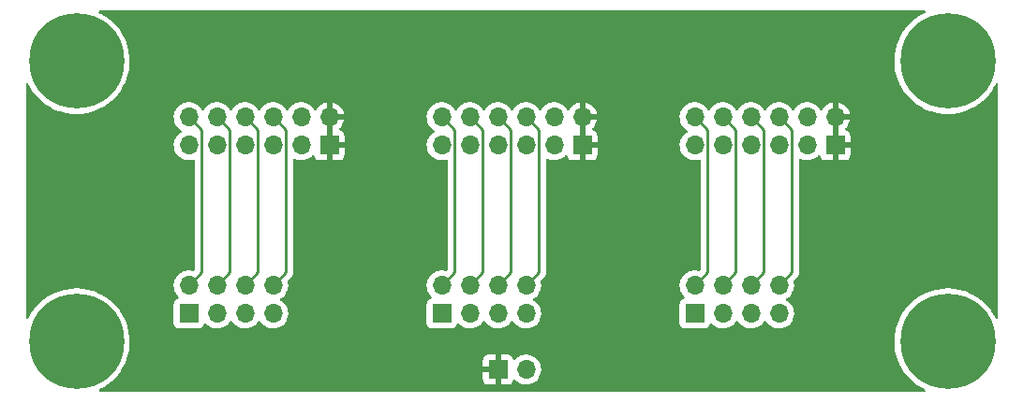
<source format=gbr>
%TF.GenerationSoftware,KiCad,Pcbnew,(6.0.5)*%
%TF.CreationDate,2022-05-29T15:22:11+02:00*%
%TF.ProjectId,pmod_master,706d6f64-5f6d-4617-9374-65722e6b6963,rev?*%
%TF.SameCoordinates,Original*%
%TF.FileFunction,Copper,L1,Top*%
%TF.FilePolarity,Positive*%
%FSLAX46Y46*%
G04 Gerber Fmt 4.6, Leading zero omitted, Abs format (unit mm)*
G04 Created by KiCad (PCBNEW (6.0.5)) date 2022-05-29 15:22:11*
%MOMM*%
%LPD*%
G01*
G04 APERTURE LIST*
%TA.AperFunction,ComponentPad*%
%ADD10R,1.700000X1.700000*%
%TD*%
%TA.AperFunction,ComponentPad*%
%ADD11O,1.700000X1.700000*%
%TD*%
%TA.AperFunction,ComponentPad*%
%ADD12C,0.900000*%
%TD*%
%TA.AperFunction,ComponentPad*%
%ADD13C,8.600000*%
%TD*%
%TA.AperFunction,Conductor*%
%ADD14C,0.250000*%
%TD*%
G04 APERTURE END LIST*
D10*
%TO.P,PMOD2,1,Pin_1*%
%TO.N,VCC*%
X96520000Y-30480000D03*
D11*
%TO.P,PMOD2,2,Pin_2*%
X96520000Y-27940000D03*
%TO.P,PMOD2,3,Pin_3*%
%TO.N,GND*%
X93980000Y-30480000D03*
%TO.P,PMOD2,4,Pin_4*%
X93980000Y-27940000D03*
%TO.P,PMOD2,5,Pin_5*%
%TO.N,PMOD_SPI_SCK*%
X91440000Y-30480000D03*
%TO.P,PMOD2,6,Pin_6*%
%TO.N,PMOD_SPI_GPIO4_CS3*%
X91440000Y-27940000D03*
%TO.P,PMOD2,7,Pin_7*%
%TO.N,PMOD_SPI_MISO*%
X88900000Y-30480000D03*
%TO.P,PMOD2,8,Pin_8*%
%TO.N,PMOD_SPI_GPIO3_CS2*%
X88900000Y-27940000D03*
%TO.P,PMOD2,9,Pin_9*%
%TO.N,PMOD_SPI_MOSI*%
X86360000Y-30480000D03*
%TO.P,PMOD2,10,Pin_10*%
%TO.N,PMOD_SPI_GPIO2_RESET*%
X86360000Y-27940000D03*
%TO.P,PMOD2,11,Pin_11*%
%TO.N,PMOD_SPI_CS*%
X83820000Y-30480000D03*
%TO.P,PMOD2,12,Pin_12*%
%TO.N,PMOD_SPI_GPIO1_INT*%
X83820000Y-27940000D03*
%TD*%
D10*
%TO.P,PMOD3,1,Pin_1*%
%TO.N,VCC*%
X119380000Y-30480000D03*
D11*
%TO.P,PMOD3,2,Pin_2*%
X119380000Y-27940000D03*
%TO.P,PMOD3,3,Pin_3*%
%TO.N,GND*%
X116840000Y-30480000D03*
%TO.P,PMOD3,4,Pin_4*%
X116840000Y-27940000D03*
%TO.P,PMOD3,5,Pin_5*%
%TO.N,PMOD_UART_RTS*%
X114300000Y-30480000D03*
%TO.P,PMOD3,6,Pin_6*%
%TO.N,PMOD_UART_GPIO4*%
X114300000Y-27940000D03*
%TO.P,PMOD3,7,Pin_7*%
%TO.N,PMOD_UART_RXD*%
X111760000Y-30480000D03*
%TO.P,PMOD3,8,Pin_8*%
%TO.N,PMOD_UART_GPIO3*%
X111760000Y-27940000D03*
%TO.P,PMOD3,9,Pin_9*%
%TO.N,PMOD_UART_TXD*%
X109220000Y-30480000D03*
%TO.P,PMOD3,10,Pin_10*%
%TO.N,PMOD_UART_GPIO2_RESET*%
X109220000Y-27940000D03*
%TO.P,PMOD3,11,Pin_11*%
%TO.N,PMOD_UART_CTS*%
X106680000Y-30480000D03*
%TO.P,PMOD3,12,Pin_12*%
%TO.N,PMOD_UART_GPIO1_INT*%
X106680000Y-27940000D03*
%TD*%
D10*
%TO.P,PMOD1,1,Pin_1*%
%TO.N,VCC*%
X73660000Y-30480000D03*
D11*
%TO.P,PMOD1,2,Pin_2*%
X73660000Y-27940000D03*
%TO.P,PMOD1,3,Pin_3*%
%TO.N,GND*%
X71120000Y-30480000D03*
%TO.P,PMOD1,4,Pin_4*%
X71120000Y-27940000D03*
%TO.P,PMOD1,5,Pin_5*%
%TO.N,PMOD_I2C_SDA*%
X68580000Y-30480000D03*
%TO.P,PMOD1,6,Pin_6*%
%TO.N,PMOD_I2C_GPIO4*%
X68580000Y-27940000D03*
%TO.P,PMOD1,7,Pin_7*%
%TO.N,PMOD_I2C_SCL*%
X66040000Y-30480000D03*
%TO.P,PMOD1,8,Pin_8*%
%TO.N,PMOD_I2C_GPIO3*%
X66040000Y-27940000D03*
%TO.P,PMOD1,9,Pin_9*%
%TO.N,PMOD_I2C_RESET*%
X63500000Y-30480000D03*
%TO.P,PMOD1,10,Pin_10*%
%TO.N,PMOD_I2C_GPIO2*%
X63500000Y-27940000D03*
%TO.P,PMOD1,11,Pin_11*%
%TO.N,PMOD_I2C_INT*%
X60960000Y-30480000D03*
%TO.P,PMOD1,12,Pin_12*%
%TO.N,PMOD_I2C_GPIO1*%
X60960000Y-27940000D03*
%TD*%
D10*
%TO.P,J4,1,Pin_1*%
%TO.N,PMOD_I2C_INT*%
X60960000Y-45720000D03*
D11*
%TO.P,J4,2,Pin_2*%
%TO.N,PMOD_I2C_GPIO1*%
X60960000Y-43180000D03*
%TO.P,J4,3,Pin_3*%
%TO.N,PMOD_I2C_RESET*%
X63500000Y-45720000D03*
%TO.P,J4,4,Pin_4*%
%TO.N,PMOD_I2C_GPIO2*%
X63500000Y-43180000D03*
%TO.P,J4,5,Pin_5*%
%TO.N,PMOD_I2C_SCL*%
X66040000Y-45720000D03*
%TO.P,J4,6,Pin_6*%
%TO.N,PMOD_I2C_GPIO3*%
X66040000Y-43180000D03*
%TO.P,J4,7,Pin_7*%
%TO.N,PMOD_I2C_SDA*%
X68580000Y-45720000D03*
%TO.P,J4,8,Pin_8*%
%TO.N,PMOD_I2C_GPIO4*%
X68580000Y-43180000D03*
%TD*%
D10*
%TO.P,J5,1,Pin_1*%
%TO.N,PMOD_SPI_CS*%
X83820000Y-45720000D03*
D11*
%TO.P,J5,2,Pin_2*%
%TO.N,PMOD_SPI_GPIO1_INT*%
X83820000Y-43180000D03*
%TO.P,J5,3,Pin_3*%
%TO.N,PMOD_SPI_MOSI*%
X86360000Y-45720000D03*
%TO.P,J5,4,Pin_4*%
%TO.N,PMOD_SPI_GPIO2_RESET*%
X86360000Y-43180000D03*
%TO.P,J5,5,Pin_5*%
%TO.N,PMOD_SPI_MISO*%
X88900000Y-45720000D03*
%TO.P,J5,6,Pin_6*%
%TO.N,PMOD_SPI_GPIO3_CS2*%
X88900000Y-43180000D03*
%TO.P,J5,7,Pin_7*%
%TO.N,PMOD_SPI_SCK*%
X91440000Y-45720000D03*
%TO.P,J5,8,Pin_8*%
%TO.N,PMOD_SPI_GPIO4_CS3*%
X91440000Y-43180000D03*
%TD*%
D10*
%TO.P,J6,1,Pin_1*%
%TO.N,PMOD_UART_CTS*%
X106680000Y-45720000D03*
D11*
%TO.P,J6,2,Pin_2*%
%TO.N,PMOD_UART_GPIO1_INT*%
X106680000Y-43180000D03*
%TO.P,J6,3,Pin_3*%
%TO.N,PMOD_UART_TXD*%
X109220000Y-45720000D03*
%TO.P,J6,4,Pin_4*%
%TO.N,PMOD_UART_GPIO2_RESET*%
X109220000Y-43180000D03*
%TO.P,J6,5,Pin_5*%
%TO.N,PMOD_UART_RXD*%
X111760000Y-45720000D03*
%TO.P,J6,6,Pin_6*%
%TO.N,PMOD_UART_GPIO3*%
X111760000Y-43180000D03*
%TO.P,J6,7,Pin_7*%
%TO.N,PMOD_UART_RTS*%
X114300000Y-45720000D03*
%TO.P,J6,8,Pin_8*%
%TO.N,PMOD_UART_GPIO4*%
X114300000Y-43180000D03*
%TD*%
D12*
%TO.P,H3,1*%
%TO.N,N/C*%
X53080419Y-45979581D03*
X47575000Y-48260000D03*
X54025000Y-48260000D03*
X53080419Y-50540419D03*
X48519581Y-50540419D03*
X50800000Y-45035000D03*
X48519581Y-45979581D03*
X50800000Y-51485000D03*
D13*
X50800000Y-48260000D03*
%TD*%
D12*
%TO.P,H1,1*%
%TO.N,N/C*%
X50800000Y-26085000D03*
X47575000Y-22860000D03*
X48519581Y-20579581D03*
X54025000Y-22860000D03*
D13*
X50800000Y-22860000D03*
D12*
X50800000Y-19635000D03*
X48519581Y-25140419D03*
X53080419Y-25140419D03*
X53080419Y-20579581D03*
%TD*%
D10*
%TO.P,J1,1,Pin_1*%
%TO.N,VCC*%
X88900000Y-50800000D03*
D11*
%TO.P,J1,2,Pin_2*%
%TO.N,GND*%
X91440000Y-50800000D03*
%TD*%
D12*
%TO.P,H4,1*%
%TO.N,N/C*%
X129540000Y-51485000D03*
X131820419Y-45979581D03*
X129540000Y-45035000D03*
D13*
X129540000Y-48260000D03*
D12*
X127259581Y-50540419D03*
X126315000Y-48260000D03*
X132765000Y-48260000D03*
X127259581Y-45979581D03*
X131820419Y-50540419D03*
%TD*%
%TO.P,H2,1*%
%TO.N,N/C*%
X129540000Y-26085000D03*
X132765000Y-22860000D03*
D13*
X129540000Y-22860000D03*
D12*
X131820419Y-20579581D03*
X127259581Y-25140419D03*
X126315000Y-22860000D03*
X127259581Y-20579581D03*
X131820419Y-25140419D03*
X129540000Y-19635000D03*
%TD*%
D14*
%TO.N,PMOD_UART_GPIO4*%
X115474511Y-29114511D02*
X114300000Y-27940000D01*
X114300000Y-43180000D02*
X115474511Y-42005489D01*
X115474511Y-42005489D02*
X115474511Y-29114511D01*
%TO.N,PMOD_UART_GPIO3*%
X111760000Y-43180000D02*
X112934511Y-42005489D01*
X112934511Y-42005489D02*
X112934511Y-29114511D01*
X112934511Y-29114511D02*
X111760000Y-27940000D01*
%TO.N,PMOD_UART_GPIO2_RESET*%
X110394511Y-42005489D02*
X110394511Y-29114511D01*
X110394511Y-29114511D02*
X109220000Y-27940000D01*
X109220000Y-43180000D02*
X110394511Y-42005489D01*
%TO.N,PMOD_UART_GPIO1_INT*%
X106680000Y-43180000D02*
X107854511Y-42005489D01*
X107854511Y-42005489D02*
X107854511Y-29114511D01*
X107854511Y-29114511D02*
X106680000Y-27940000D01*
%TO.N,PMOD_SPI_GPIO4_CS3*%
X91440000Y-43180000D02*
X92614511Y-42005489D01*
X92614511Y-42005489D02*
X92614511Y-29114511D01*
X92614511Y-29114511D02*
X91440000Y-27940000D01*
%TO.N,PMOD_SPI_GPIO3_CS2*%
X88900000Y-43180000D02*
X90074511Y-42005489D01*
X90074511Y-29114511D02*
X88900000Y-27940000D01*
X90074511Y-42005489D02*
X90074511Y-29114511D01*
%TO.N,PMOD_SPI_GPIO2_RESET*%
X87534511Y-29114511D02*
X86360000Y-27940000D01*
X87534511Y-42005489D02*
X87534511Y-29114511D01*
X86360000Y-43180000D02*
X87534511Y-42005489D01*
%TO.N,PMOD_SPI_GPIO1_INT*%
X83820000Y-43180000D02*
X84994511Y-42005489D01*
X84994511Y-42005489D02*
X84994511Y-29114511D01*
X84994511Y-29114511D02*
X83820000Y-27940000D01*
%TO.N,PMOD_I2C_GPIO4*%
X69754511Y-29114511D02*
X68580000Y-27940000D01*
X69754511Y-42005489D02*
X69754511Y-29114511D01*
X68580000Y-43180000D02*
X69754511Y-42005489D01*
%TO.N,PMOD_I2C_GPIO3*%
X66040000Y-43180000D02*
X67214511Y-42005489D01*
X67214511Y-42005489D02*
X67214511Y-29114511D01*
X67214511Y-29114511D02*
X66040000Y-27940000D01*
%TO.N,PMOD_I2C_GPIO2*%
X63500000Y-43180000D02*
X64674511Y-42005489D01*
X64674511Y-42005489D02*
X64674511Y-29114511D01*
X64674511Y-29114511D02*
X63500000Y-27940000D01*
%TO.N,PMOD_I2C_GPIO1*%
X62134511Y-42005489D02*
X62134511Y-29114511D01*
X62134511Y-29114511D02*
X60960000Y-27940000D01*
X60960000Y-43180000D02*
X62134511Y-42005489D01*
%TD*%
%TA.AperFunction,Conductor*%
%TO.N,VCC*%
G36*
X127464543Y-18308502D02*
G01*
X127511036Y-18362158D01*
X127521140Y-18432432D01*
X127491646Y-18497012D01*
X127449173Y-18528926D01*
X127332361Y-18582777D01*
X126960880Y-18795957D01*
X126958577Y-18797566D01*
X126958570Y-18797571D01*
X126612129Y-19039701D01*
X126609820Y-19041315D01*
X126281961Y-19316909D01*
X125979899Y-19620557D01*
X125706025Y-19949855D01*
X125462508Y-20302194D01*
X125251276Y-20674786D01*
X125074002Y-21064680D01*
X125073080Y-21067306D01*
X125073075Y-21067318D01*
X125033633Y-21179634D01*
X124932089Y-21468790D01*
X124826661Y-21883914D01*
X124758552Y-22306768D01*
X124728302Y-22734001D01*
X124736151Y-23162233D01*
X124782036Y-23588071D01*
X124865594Y-24008144D01*
X124986163Y-24419127D01*
X124987190Y-24421740D01*
X124987190Y-24421741D01*
X125125651Y-24774145D01*
X125142789Y-24817765D01*
X125201316Y-24934896D01*
X125312161Y-25156731D01*
X125334231Y-25200901D01*
X125558974Y-25565502D01*
X125815239Y-25908682D01*
X125817100Y-25910760D01*
X125817101Y-25910761D01*
X126099127Y-26225637D01*
X126099133Y-26225643D01*
X126100995Y-26227722D01*
X126413981Y-26520098D01*
X126751719Y-26783493D01*
X127111533Y-27015822D01*
X127114012Y-27017126D01*
X127114015Y-27017128D01*
X127488077Y-27213932D01*
X127488083Y-27213935D01*
X127490577Y-27215247D01*
X127493175Y-27216331D01*
X127493179Y-27216333D01*
X127883263Y-27379109D01*
X127883268Y-27379111D01*
X127885847Y-27380187D01*
X127888512Y-27381030D01*
X127888518Y-27381032D01*
X128110561Y-27451254D01*
X128294214Y-27509336D01*
X128712446Y-27601673D01*
X128715220Y-27602031D01*
X128715221Y-27602031D01*
X129134460Y-27656109D01*
X129134467Y-27656110D01*
X129137230Y-27656466D01*
X129140017Y-27656576D01*
X129140023Y-27656576D01*
X129388238Y-27666328D01*
X129565203Y-27673281D01*
X129567995Y-27673142D01*
X129568000Y-27673142D01*
X129990172Y-27652125D01*
X129990181Y-27652124D01*
X129992976Y-27651985D01*
X129995753Y-27651597D01*
X129995755Y-27651597D01*
X130070066Y-27641219D01*
X130417163Y-27592747D01*
X130834404Y-27496036D01*
X131048307Y-27425915D01*
X131238744Y-27363487D01*
X131238750Y-27363485D01*
X131241397Y-27362617D01*
X131634918Y-27193547D01*
X132011852Y-26990164D01*
X132369214Y-26754080D01*
X132704175Y-26487162D01*
X133014082Y-26191525D01*
X133015919Y-26189431D01*
X133015927Y-26189422D01*
X133294635Y-25871616D01*
X133296482Y-25869510D01*
X133549139Y-25523666D01*
X133550585Y-25521265D01*
X133768601Y-25159142D01*
X133768606Y-25159133D01*
X133770052Y-25156731D01*
X133872204Y-24946823D01*
X133919998Y-24894323D01*
X133988588Y-24875997D01*
X134056198Y-24897663D01*
X134101362Y-24952442D01*
X134111500Y-25001959D01*
X134111500Y-46109490D01*
X134091498Y-46177611D01*
X134037842Y-46224104D01*
X133967568Y-46234208D01*
X133902988Y-46204714D01*
X133874300Y-46168740D01*
X133791329Y-46013023D01*
X133683050Y-45809807D01*
X133482351Y-45502522D01*
X133450381Y-45453573D01*
X133450378Y-45453569D01*
X133448840Y-45451214D01*
X133183680Y-45114860D01*
X132945110Y-44862138D01*
X132891596Y-44805449D01*
X132891593Y-44805446D01*
X132889670Y-44803409D01*
X132887579Y-44801556D01*
X132887571Y-44801548D01*
X132571237Y-44521188D01*
X132571235Y-44521186D01*
X132569137Y-44519327D01*
X132561816Y-44513919D01*
X132355457Y-44361500D01*
X132224621Y-44264863D01*
X132031733Y-44147355D01*
X131861237Y-44043487D01*
X131861230Y-44043483D01*
X131858848Y-44042032D01*
X131741514Y-43984169D01*
X131534491Y-43882077D01*
X131474714Y-43852598D01*
X131075262Y-43698062D01*
X130828678Y-43627122D01*
X130666335Y-43580417D01*
X130666329Y-43580415D01*
X130663654Y-43579646D01*
X130660917Y-43579117D01*
X130660911Y-43579115D01*
X130515828Y-43551046D01*
X130243148Y-43498289D01*
X130240374Y-43498005D01*
X130240362Y-43498003D01*
X129948201Y-43468069D01*
X129817076Y-43454634D01*
X129814286Y-43454597D01*
X129814278Y-43454597D01*
X129546825Y-43451096D01*
X129388809Y-43449028D01*
X129386009Y-43449241D01*
X129386008Y-43449241D01*
X129138491Y-43468069D01*
X128961740Y-43481514D01*
X128539249Y-43551836D01*
X128453671Y-43574048D01*
X128127400Y-43658731D01*
X128127389Y-43658734D01*
X128124682Y-43659437D01*
X127866575Y-43751599D01*
X127723964Y-43802520D01*
X127723959Y-43802522D01*
X127721321Y-43803464D01*
X127718781Y-43804635D01*
X127718776Y-43804637D01*
X127642378Y-43839857D01*
X127332361Y-43982777D01*
X126960880Y-44195957D01*
X126958577Y-44197566D01*
X126958570Y-44197571D01*
X126633491Y-44424771D01*
X126609820Y-44441315D01*
X126281961Y-44716909D01*
X125979899Y-45020557D01*
X125706025Y-45349855D01*
X125462508Y-45702194D01*
X125251276Y-46074786D01*
X125074002Y-46464680D01*
X125073080Y-46467306D01*
X125073075Y-46467318D01*
X124992333Y-46697240D01*
X124932089Y-46868790D01*
X124931398Y-46871510D01*
X124931397Y-46871514D01*
X124880545Y-47071745D01*
X124826661Y-47283914D01*
X124758552Y-47706768D01*
X124728302Y-48134001D01*
X124736151Y-48562233D01*
X124782036Y-48988071D01*
X124865594Y-49408144D01*
X124986163Y-49819127D01*
X124987190Y-49821740D01*
X124987190Y-49821741D01*
X125125651Y-50174145D01*
X125142789Y-50217765D01*
X125216718Y-50365720D01*
X125325048Y-50582522D01*
X125334231Y-50600901D01*
X125558974Y-50965502D01*
X125815239Y-51308682D01*
X125817100Y-51310760D01*
X125817101Y-51310761D01*
X126099127Y-51625637D01*
X126099133Y-51625643D01*
X126100995Y-51627722D01*
X126413981Y-51920098D01*
X126751719Y-52183493D01*
X127111533Y-52415822D01*
X127114012Y-52417126D01*
X127114015Y-52417128D01*
X127450178Y-52593992D01*
X127501151Y-52643411D01*
X127517314Y-52712544D01*
X127493535Y-52779440D01*
X127437364Y-52822860D01*
X127391511Y-52831500D01*
X52952547Y-52831500D01*
X52884426Y-52811498D01*
X52837933Y-52757842D01*
X52827829Y-52687568D01*
X52857323Y-52622988D01*
X52895166Y-52594006D01*
X52894918Y-52593547D01*
X53271852Y-52390164D01*
X53629214Y-52154080D01*
X53964175Y-51887162D01*
X54165959Y-51694669D01*
X87542001Y-51694669D01*
X87542371Y-51701490D01*
X87547895Y-51752352D01*
X87551521Y-51767604D01*
X87596676Y-51888054D01*
X87605214Y-51903649D01*
X87681715Y-52005724D01*
X87694276Y-52018285D01*
X87796351Y-52094786D01*
X87811946Y-52103324D01*
X87932394Y-52148478D01*
X87947649Y-52152105D01*
X87998514Y-52157631D01*
X88005328Y-52158000D01*
X88627885Y-52158000D01*
X88643124Y-52153525D01*
X88644329Y-52152135D01*
X88646000Y-52144452D01*
X88646000Y-52139884D01*
X89154000Y-52139884D01*
X89158475Y-52155123D01*
X89159865Y-52156328D01*
X89167548Y-52157999D01*
X89794669Y-52157999D01*
X89801490Y-52157629D01*
X89852352Y-52152105D01*
X89867604Y-52148479D01*
X89988054Y-52103324D01*
X90003649Y-52094786D01*
X90105724Y-52018285D01*
X90118285Y-52005724D01*
X90194786Y-51903649D01*
X90203324Y-51888054D01*
X90244225Y-51778952D01*
X90286867Y-51722188D01*
X90353428Y-51697488D01*
X90422777Y-51712696D01*
X90457444Y-51740684D01*
X90482865Y-51770031D01*
X90482869Y-51770035D01*
X90486250Y-51773938D01*
X90658126Y-51916632D01*
X90851000Y-52029338D01*
X91059692Y-52109030D01*
X91064760Y-52110061D01*
X91064763Y-52110062D01*
X91172017Y-52131883D01*
X91278597Y-52153567D01*
X91283772Y-52153757D01*
X91283774Y-52153757D01*
X91496673Y-52161564D01*
X91496677Y-52161564D01*
X91501837Y-52161753D01*
X91506957Y-52161097D01*
X91506959Y-52161097D01*
X91718288Y-52134025D01*
X91718289Y-52134025D01*
X91723416Y-52133368D01*
X91728366Y-52131883D01*
X91932429Y-52070661D01*
X91932434Y-52070659D01*
X91937384Y-52069174D01*
X92137994Y-51970896D01*
X92319860Y-51841173D01*
X92478096Y-51683489D01*
X92518169Y-51627722D01*
X92605435Y-51506277D01*
X92608453Y-51502077D01*
X92707430Y-51301811D01*
X92772370Y-51088069D01*
X92801529Y-50866590D01*
X92803156Y-50800000D01*
X92784852Y-50577361D01*
X92730431Y-50360702D01*
X92641354Y-50155840D01*
X92520014Y-49968277D01*
X92369670Y-49803051D01*
X92365619Y-49799852D01*
X92365615Y-49799848D01*
X92198414Y-49667800D01*
X92198410Y-49667798D01*
X92194359Y-49664598D01*
X91998789Y-49556638D01*
X91993920Y-49554914D01*
X91993916Y-49554912D01*
X91793087Y-49483795D01*
X91793083Y-49483794D01*
X91788212Y-49482069D01*
X91783119Y-49481162D01*
X91783116Y-49481161D01*
X91573373Y-49443800D01*
X91573367Y-49443799D01*
X91568284Y-49442894D01*
X91494452Y-49441992D01*
X91350081Y-49440228D01*
X91350079Y-49440228D01*
X91344911Y-49440165D01*
X91124091Y-49473955D01*
X90911756Y-49543357D01*
X90713607Y-49646507D01*
X90709474Y-49649610D01*
X90709471Y-49649612D01*
X90539100Y-49777530D01*
X90534965Y-49780635D01*
X90531393Y-49784373D01*
X90453898Y-49865466D01*
X90392374Y-49900895D01*
X90321462Y-49897438D01*
X90263676Y-49856192D01*
X90244823Y-49822644D01*
X90203324Y-49711946D01*
X90194786Y-49696351D01*
X90118285Y-49594276D01*
X90105724Y-49581715D01*
X90003649Y-49505214D01*
X89988054Y-49496676D01*
X89867606Y-49451522D01*
X89852351Y-49447895D01*
X89801486Y-49442369D01*
X89794672Y-49442000D01*
X89172115Y-49442000D01*
X89156876Y-49446475D01*
X89155671Y-49447865D01*
X89154000Y-49455548D01*
X89154000Y-52139884D01*
X88646000Y-52139884D01*
X88646000Y-51072115D01*
X88641525Y-51056876D01*
X88640135Y-51055671D01*
X88632452Y-51054000D01*
X87560116Y-51054000D01*
X87544877Y-51058475D01*
X87543672Y-51059865D01*
X87542001Y-51067548D01*
X87542001Y-51694669D01*
X54165959Y-51694669D01*
X54274082Y-51591525D01*
X54275919Y-51589431D01*
X54275927Y-51589422D01*
X54554635Y-51271616D01*
X54556482Y-51269510D01*
X54712703Y-51055671D01*
X54807490Y-50925923D01*
X54809139Y-50923666D01*
X54843502Y-50866590D01*
X55028601Y-50559142D01*
X55028606Y-50559133D01*
X55030052Y-50556731D01*
X55044090Y-50527885D01*
X87542000Y-50527885D01*
X87546475Y-50543124D01*
X87547865Y-50544329D01*
X87555548Y-50546000D01*
X88627885Y-50546000D01*
X88643124Y-50541525D01*
X88644329Y-50540135D01*
X88646000Y-50532452D01*
X88646000Y-49460116D01*
X88641525Y-49444877D01*
X88640135Y-49443672D01*
X88632452Y-49442001D01*
X88005331Y-49442001D01*
X87998510Y-49442371D01*
X87947648Y-49447895D01*
X87932396Y-49451521D01*
X87811946Y-49496676D01*
X87796351Y-49505214D01*
X87694276Y-49581715D01*
X87681715Y-49594276D01*
X87605214Y-49696351D01*
X87596676Y-49711946D01*
X87551522Y-49832394D01*
X87547895Y-49847649D01*
X87542369Y-49898514D01*
X87542000Y-49905328D01*
X87542000Y-50527885D01*
X55044090Y-50527885D01*
X55165551Y-50278299D01*
X55216238Y-50174145D01*
X55216239Y-50174142D01*
X55217471Y-50171611D01*
X55337603Y-49856192D01*
X55368918Y-49773971D01*
X55368920Y-49773964D01*
X55369914Y-49771355D01*
X55486173Y-49359132D01*
X55555433Y-48990822D01*
X55564811Y-48940954D01*
X55564813Y-48940942D01*
X55565327Y-48938207D01*
X55606750Y-48511911D01*
X55608194Y-48456780D01*
X55613289Y-48262234D01*
X55613289Y-48262220D01*
X55613347Y-48260000D01*
X55594291Y-47832121D01*
X55537275Y-47407630D01*
X55508666Y-47281193D01*
X55443368Y-46992618D01*
X55443368Y-46992617D01*
X55442750Y-46989887D01*
X55386980Y-46816705D01*
X55312318Y-46584856D01*
X55312316Y-46584849D01*
X55311463Y-46582202D01*
X55159828Y-46224104D01*
X55145550Y-46190384D01*
X55145548Y-46190379D01*
X55144456Y-46187801D01*
X54943050Y-45809807D01*
X54742351Y-45502522D01*
X54710381Y-45453573D01*
X54710378Y-45453569D01*
X54708840Y-45451214D01*
X54443680Y-45114860D01*
X54205110Y-44862138D01*
X54151596Y-44805449D01*
X54151593Y-44805446D01*
X54149670Y-44803409D01*
X54147579Y-44801556D01*
X54147571Y-44801548D01*
X53831237Y-44521188D01*
X53831235Y-44521186D01*
X53829137Y-44519327D01*
X53821816Y-44513919D01*
X53615457Y-44361500D01*
X53484621Y-44264863D01*
X53291733Y-44147355D01*
X53121237Y-44043487D01*
X53121230Y-44043483D01*
X53118848Y-44042032D01*
X53001514Y-43984169D01*
X52794491Y-43882077D01*
X52734714Y-43852598D01*
X52335262Y-43698062D01*
X52088678Y-43627122D01*
X51926335Y-43580417D01*
X51926329Y-43580415D01*
X51923654Y-43579646D01*
X51920917Y-43579117D01*
X51920911Y-43579115D01*
X51775828Y-43551046D01*
X51503148Y-43498289D01*
X51500374Y-43498005D01*
X51500362Y-43498003D01*
X51208201Y-43468069D01*
X51077076Y-43454634D01*
X51074286Y-43454597D01*
X51074278Y-43454597D01*
X50806825Y-43451096D01*
X50648809Y-43449028D01*
X50646009Y-43449241D01*
X50646008Y-43449241D01*
X50398491Y-43468069D01*
X50221740Y-43481514D01*
X49799249Y-43551836D01*
X49713671Y-43574048D01*
X49387400Y-43658731D01*
X49387389Y-43658734D01*
X49384682Y-43659437D01*
X49126575Y-43751599D01*
X48983964Y-43802520D01*
X48983959Y-43802522D01*
X48981321Y-43803464D01*
X48978781Y-43804635D01*
X48978776Y-43804637D01*
X48902378Y-43839857D01*
X48592361Y-43982777D01*
X48220880Y-44195957D01*
X48218577Y-44197566D01*
X48218570Y-44197571D01*
X47893491Y-44424771D01*
X47869820Y-44441315D01*
X47541961Y-44716909D01*
X47239899Y-45020557D01*
X46966025Y-45349855D01*
X46722508Y-45702194D01*
X46511276Y-46074786D01*
X46510117Y-46077335D01*
X46510115Y-46077339D01*
X46469201Y-46167325D01*
X46422797Y-46221058D01*
X46354710Y-46241174D01*
X46286556Y-46221285D01*
X46239974Y-46167707D01*
X46228500Y-46115174D01*
X46228500Y-43146695D01*
X59597251Y-43146695D01*
X59597548Y-43151848D01*
X59597548Y-43151851D01*
X59603011Y-43246590D01*
X59610110Y-43369715D01*
X59611247Y-43374761D01*
X59611248Y-43374767D01*
X59629312Y-43454919D01*
X59659222Y-43587639D01*
X59743266Y-43794616D01*
X59794019Y-43877438D01*
X59857291Y-43980688D01*
X59859987Y-43985088D01*
X60006250Y-44153938D01*
X60010230Y-44157242D01*
X60014981Y-44161187D01*
X60054616Y-44220090D01*
X60056113Y-44291071D01*
X60018997Y-44351593D01*
X59978725Y-44376112D01*
X59890095Y-44409338D01*
X59863295Y-44419385D01*
X59746739Y-44506739D01*
X59659385Y-44623295D01*
X59608255Y-44759684D01*
X59601500Y-44821866D01*
X59601500Y-46618134D01*
X59608255Y-46680316D01*
X59659385Y-46816705D01*
X59746739Y-46933261D01*
X59863295Y-47020615D01*
X59999684Y-47071745D01*
X60061866Y-47078500D01*
X61858134Y-47078500D01*
X61920316Y-47071745D01*
X62056705Y-47020615D01*
X62173261Y-46933261D01*
X62260615Y-46816705D01*
X62282799Y-46757529D01*
X62304598Y-46699382D01*
X62347240Y-46642618D01*
X62413802Y-46617918D01*
X62483150Y-46633126D01*
X62517817Y-46661114D01*
X62546250Y-46693938D01*
X62718126Y-46836632D01*
X62911000Y-46949338D01*
X63119692Y-47029030D01*
X63124760Y-47030061D01*
X63124763Y-47030062D01*
X63232017Y-47051883D01*
X63338597Y-47073567D01*
X63343772Y-47073757D01*
X63343774Y-47073757D01*
X63556673Y-47081564D01*
X63556677Y-47081564D01*
X63561837Y-47081753D01*
X63566957Y-47081097D01*
X63566959Y-47081097D01*
X63778288Y-47054025D01*
X63778289Y-47054025D01*
X63783416Y-47053368D01*
X63788366Y-47051883D01*
X63992429Y-46990661D01*
X63992434Y-46990659D01*
X63997384Y-46989174D01*
X64197994Y-46890896D01*
X64379860Y-46761173D01*
X64538096Y-46603489D01*
X64555238Y-46579634D01*
X64668453Y-46422077D01*
X64669776Y-46423028D01*
X64716645Y-46379857D01*
X64786580Y-46367625D01*
X64852026Y-46395144D01*
X64879875Y-46426994D01*
X64939987Y-46525088D01*
X65086250Y-46693938D01*
X65258126Y-46836632D01*
X65451000Y-46949338D01*
X65659692Y-47029030D01*
X65664760Y-47030061D01*
X65664763Y-47030062D01*
X65772017Y-47051883D01*
X65878597Y-47073567D01*
X65883772Y-47073757D01*
X65883774Y-47073757D01*
X66096673Y-47081564D01*
X66096677Y-47081564D01*
X66101837Y-47081753D01*
X66106957Y-47081097D01*
X66106959Y-47081097D01*
X66318288Y-47054025D01*
X66318289Y-47054025D01*
X66323416Y-47053368D01*
X66328366Y-47051883D01*
X66532429Y-46990661D01*
X66532434Y-46990659D01*
X66537384Y-46989174D01*
X66737994Y-46890896D01*
X66919860Y-46761173D01*
X67078096Y-46603489D01*
X67095238Y-46579634D01*
X67208453Y-46422077D01*
X67209776Y-46423028D01*
X67256645Y-46379857D01*
X67326580Y-46367625D01*
X67392026Y-46395144D01*
X67419875Y-46426994D01*
X67479987Y-46525088D01*
X67626250Y-46693938D01*
X67798126Y-46836632D01*
X67991000Y-46949338D01*
X68199692Y-47029030D01*
X68204760Y-47030061D01*
X68204763Y-47030062D01*
X68312017Y-47051883D01*
X68418597Y-47073567D01*
X68423772Y-47073757D01*
X68423774Y-47073757D01*
X68636673Y-47081564D01*
X68636677Y-47081564D01*
X68641837Y-47081753D01*
X68646957Y-47081097D01*
X68646959Y-47081097D01*
X68858288Y-47054025D01*
X68858289Y-47054025D01*
X68863416Y-47053368D01*
X68868366Y-47051883D01*
X69072429Y-46990661D01*
X69072434Y-46990659D01*
X69077384Y-46989174D01*
X69277994Y-46890896D01*
X69459860Y-46761173D01*
X69618096Y-46603489D01*
X69635238Y-46579634D01*
X69745435Y-46426277D01*
X69748453Y-46422077D01*
X69769320Y-46379857D01*
X69845136Y-46226453D01*
X69845137Y-46226451D01*
X69847430Y-46221811D01*
X69912370Y-46008069D01*
X69941529Y-45786590D01*
X69943156Y-45720000D01*
X69924852Y-45497361D01*
X69870431Y-45280702D01*
X69781354Y-45075840D01*
X69660014Y-44888277D01*
X69509670Y-44723051D01*
X69505619Y-44719852D01*
X69505615Y-44719848D01*
X69338414Y-44587800D01*
X69338410Y-44587798D01*
X69334359Y-44584598D01*
X69293053Y-44561796D01*
X69243084Y-44511364D01*
X69228312Y-44441921D01*
X69253428Y-44375516D01*
X69280780Y-44348909D01*
X69324603Y-44317650D01*
X69459860Y-44221173D01*
X69618096Y-44063489D01*
X69677594Y-43980689D01*
X69745435Y-43886277D01*
X69748453Y-43882077D01*
X69762410Y-43853838D01*
X69845136Y-43686453D01*
X69845137Y-43686451D01*
X69847430Y-43681811D01*
X69887059Y-43551377D01*
X69910865Y-43473023D01*
X69910865Y-43473021D01*
X69912370Y-43468069D01*
X69941529Y-43246590D01*
X69943156Y-43180000D01*
X69940418Y-43146695D01*
X82457251Y-43146695D01*
X82457548Y-43151848D01*
X82457548Y-43151851D01*
X82463011Y-43246590D01*
X82470110Y-43369715D01*
X82471247Y-43374761D01*
X82471248Y-43374767D01*
X82489312Y-43454919D01*
X82519222Y-43587639D01*
X82603266Y-43794616D01*
X82654019Y-43877438D01*
X82717291Y-43980688D01*
X82719987Y-43985088D01*
X82866250Y-44153938D01*
X82870230Y-44157242D01*
X82874981Y-44161187D01*
X82914616Y-44220090D01*
X82916113Y-44291071D01*
X82878997Y-44351593D01*
X82838725Y-44376112D01*
X82750095Y-44409338D01*
X82723295Y-44419385D01*
X82606739Y-44506739D01*
X82519385Y-44623295D01*
X82468255Y-44759684D01*
X82461500Y-44821866D01*
X82461500Y-46618134D01*
X82468255Y-46680316D01*
X82519385Y-46816705D01*
X82606739Y-46933261D01*
X82723295Y-47020615D01*
X82859684Y-47071745D01*
X82921866Y-47078500D01*
X84718134Y-47078500D01*
X84780316Y-47071745D01*
X84916705Y-47020615D01*
X85033261Y-46933261D01*
X85120615Y-46816705D01*
X85142799Y-46757529D01*
X85164598Y-46699382D01*
X85207240Y-46642618D01*
X85273802Y-46617918D01*
X85343150Y-46633126D01*
X85377817Y-46661114D01*
X85406250Y-46693938D01*
X85578126Y-46836632D01*
X85771000Y-46949338D01*
X85979692Y-47029030D01*
X85984760Y-47030061D01*
X85984763Y-47030062D01*
X86092017Y-47051883D01*
X86198597Y-47073567D01*
X86203772Y-47073757D01*
X86203774Y-47073757D01*
X86416673Y-47081564D01*
X86416677Y-47081564D01*
X86421837Y-47081753D01*
X86426957Y-47081097D01*
X86426959Y-47081097D01*
X86638288Y-47054025D01*
X86638289Y-47054025D01*
X86643416Y-47053368D01*
X86648366Y-47051883D01*
X86852429Y-46990661D01*
X86852434Y-46990659D01*
X86857384Y-46989174D01*
X87057994Y-46890896D01*
X87239860Y-46761173D01*
X87398096Y-46603489D01*
X87415238Y-46579634D01*
X87528453Y-46422077D01*
X87529776Y-46423028D01*
X87576645Y-46379857D01*
X87646580Y-46367625D01*
X87712026Y-46395144D01*
X87739875Y-46426994D01*
X87799987Y-46525088D01*
X87946250Y-46693938D01*
X88118126Y-46836632D01*
X88311000Y-46949338D01*
X88519692Y-47029030D01*
X88524760Y-47030061D01*
X88524763Y-47030062D01*
X88632017Y-47051883D01*
X88738597Y-47073567D01*
X88743772Y-47073757D01*
X88743774Y-47073757D01*
X88956673Y-47081564D01*
X88956677Y-47081564D01*
X88961837Y-47081753D01*
X88966957Y-47081097D01*
X88966959Y-47081097D01*
X89178288Y-47054025D01*
X89178289Y-47054025D01*
X89183416Y-47053368D01*
X89188366Y-47051883D01*
X89392429Y-46990661D01*
X89392434Y-46990659D01*
X89397384Y-46989174D01*
X89597994Y-46890896D01*
X89779860Y-46761173D01*
X89938096Y-46603489D01*
X89955238Y-46579634D01*
X90068453Y-46422077D01*
X90069776Y-46423028D01*
X90116645Y-46379857D01*
X90186580Y-46367625D01*
X90252026Y-46395144D01*
X90279875Y-46426994D01*
X90339987Y-46525088D01*
X90486250Y-46693938D01*
X90658126Y-46836632D01*
X90851000Y-46949338D01*
X91059692Y-47029030D01*
X91064760Y-47030061D01*
X91064763Y-47030062D01*
X91172017Y-47051883D01*
X91278597Y-47073567D01*
X91283772Y-47073757D01*
X91283774Y-47073757D01*
X91496673Y-47081564D01*
X91496677Y-47081564D01*
X91501837Y-47081753D01*
X91506957Y-47081097D01*
X91506959Y-47081097D01*
X91718288Y-47054025D01*
X91718289Y-47054025D01*
X91723416Y-47053368D01*
X91728366Y-47051883D01*
X91932429Y-46990661D01*
X91932434Y-46990659D01*
X91937384Y-46989174D01*
X92137994Y-46890896D01*
X92319860Y-46761173D01*
X92478096Y-46603489D01*
X92495238Y-46579634D01*
X92605435Y-46426277D01*
X92608453Y-46422077D01*
X92629320Y-46379857D01*
X92705136Y-46226453D01*
X92705137Y-46226451D01*
X92707430Y-46221811D01*
X92772370Y-46008069D01*
X92801529Y-45786590D01*
X92803156Y-45720000D01*
X92784852Y-45497361D01*
X92730431Y-45280702D01*
X92641354Y-45075840D01*
X92520014Y-44888277D01*
X92369670Y-44723051D01*
X92365619Y-44719852D01*
X92365615Y-44719848D01*
X92198414Y-44587800D01*
X92198410Y-44587798D01*
X92194359Y-44584598D01*
X92153053Y-44561796D01*
X92103084Y-44511364D01*
X92088312Y-44441921D01*
X92113428Y-44375516D01*
X92140780Y-44348909D01*
X92184603Y-44317650D01*
X92319860Y-44221173D01*
X92478096Y-44063489D01*
X92537594Y-43980689D01*
X92605435Y-43886277D01*
X92608453Y-43882077D01*
X92622410Y-43853838D01*
X92705136Y-43686453D01*
X92705137Y-43686451D01*
X92707430Y-43681811D01*
X92747059Y-43551377D01*
X92770865Y-43473023D01*
X92770865Y-43473021D01*
X92772370Y-43468069D01*
X92801529Y-43246590D01*
X92803156Y-43180000D01*
X92800418Y-43146695D01*
X105317251Y-43146695D01*
X105317548Y-43151848D01*
X105317548Y-43151851D01*
X105323011Y-43246590D01*
X105330110Y-43369715D01*
X105331247Y-43374761D01*
X105331248Y-43374767D01*
X105349312Y-43454919D01*
X105379222Y-43587639D01*
X105463266Y-43794616D01*
X105514019Y-43877438D01*
X105577291Y-43980688D01*
X105579987Y-43985088D01*
X105726250Y-44153938D01*
X105730230Y-44157242D01*
X105734981Y-44161187D01*
X105774616Y-44220090D01*
X105776113Y-44291071D01*
X105738997Y-44351593D01*
X105698725Y-44376112D01*
X105610095Y-44409338D01*
X105583295Y-44419385D01*
X105466739Y-44506739D01*
X105379385Y-44623295D01*
X105328255Y-44759684D01*
X105321500Y-44821866D01*
X105321500Y-46618134D01*
X105328255Y-46680316D01*
X105379385Y-46816705D01*
X105466739Y-46933261D01*
X105583295Y-47020615D01*
X105719684Y-47071745D01*
X105781866Y-47078500D01*
X107578134Y-47078500D01*
X107640316Y-47071745D01*
X107776705Y-47020615D01*
X107893261Y-46933261D01*
X107980615Y-46816705D01*
X108002799Y-46757529D01*
X108024598Y-46699382D01*
X108067240Y-46642618D01*
X108133802Y-46617918D01*
X108203150Y-46633126D01*
X108237817Y-46661114D01*
X108266250Y-46693938D01*
X108438126Y-46836632D01*
X108631000Y-46949338D01*
X108839692Y-47029030D01*
X108844760Y-47030061D01*
X108844763Y-47030062D01*
X108952017Y-47051883D01*
X109058597Y-47073567D01*
X109063772Y-47073757D01*
X109063774Y-47073757D01*
X109276673Y-47081564D01*
X109276677Y-47081564D01*
X109281837Y-47081753D01*
X109286957Y-47081097D01*
X109286959Y-47081097D01*
X109498288Y-47054025D01*
X109498289Y-47054025D01*
X109503416Y-47053368D01*
X109508366Y-47051883D01*
X109712429Y-46990661D01*
X109712434Y-46990659D01*
X109717384Y-46989174D01*
X109917994Y-46890896D01*
X110099860Y-46761173D01*
X110258096Y-46603489D01*
X110275238Y-46579634D01*
X110388453Y-46422077D01*
X110389776Y-46423028D01*
X110436645Y-46379857D01*
X110506580Y-46367625D01*
X110572026Y-46395144D01*
X110599875Y-46426994D01*
X110659987Y-46525088D01*
X110806250Y-46693938D01*
X110978126Y-46836632D01*
X111171000Y-46949338D01*
X111379692Y-47029030D01*
X111384760Y-47030061D01*
X111384763Y-47030062D01*
X111492017Y-47051883D01*
X111598597Y-47073567D01*
X111603772Y-47073757D01*
X111603774Y-47073757D01*
X111816673Y-47081564D01*
X111816677Y-47081564D01*
X111821837Y-47081753D01*
X111826957Y-47081097D01*
X111826959Y-47081097D01*
X112038288Y-47054025D01*
X112038289Y-47054025D01*
X112043416Y-47053368D01*
X112048366Y-47051883D01*
X112252429Y-46990661D01*
X112252434Y-46990659D01*
X112257384Y-46989174D01*
X112457994Y-46890896D01*
X112639860Y-46761173D01*
X112798096Y-46603489D01*
X112815238Y-46579634D01*
X112928453Y-46422077D01*
X112929776Y-46423028D01*
X112976645Y-46379857D01*
X113046580Y-46367625D01*
X113112026Y-46395144D01*
X113139875Y-46426994D01*
X113199987Y-46525088D01*
X113346250Y-46693938D01*
X113518126Y-46836632D01*
X113711000Y-46949338D01*
X113919692Y-47029030D01*
X113924760Y-47030061D01*
X113924763Y-47030062D01*
X114032017Y-47051883D01*
X114138597Y-47073567D01*
X114143772Y-47073757D01*
X114143774Y-47073757D01*
X114356673Y-47081564D01*
X114356677Y-47081564D01*
X114361837Y-47081753D01*
X114366957Y-47081097D01*
X114366959Y-47081097D01*
X114578288Y-47054025D01*
X114578289Y-47054025D01*
X114583416Y-47053368D01*
X114588366Y-47051883D01*
X114792429Y-46990661D01*
X114792434Y-46990659D01*
X114797384Y-46989174D01*
X114997994Y-46890896D01*
X115179860Y-46761173D01*
X115338096Y-46603489D01*
X115355238Y-46579634D01*
X115465435Y-46426277D01*
X115468453Y-46422077D01*
X115489320Y-46379857D01*
X115565136Y-46226453D01*
X115565137Y-46226451D01*
X115567430Y-46221811D01*
X115632370Y-46008069D01*
X115661529Y-45786590D01*
X115663156Y-45720000D01*
X115644852Y-45497361D01*
X115590431Y-45280702D01*
X115501354Y-45075840D01*
X115380014Y-44888277D01*
X115229670Y-44723051D01*
X115225619Y-44719852D01*
X115225615Y-44719848D01*
X115058414Y-44587800D01*
X115058410Y-44587798D01*
X115054359Y-44584598D01*
X115013053Y-44561796D01*
X114963084Y-44511364D01*
X114948312Y-44441921D01*
X114973428Y-44375516D01*
X115000780Y-44348909D01*
X115044603Y-44317650D01*
X115179860Y-44221173D01*
X115338096Y-44063489D01*
X115397594Y-43980689D01*
X115465435Y-43886277D01*
X115468453Y-43882077D01*
X115482410Y-43853838D01*
X115565136Y-43686453D01*
X115565137Y-43686451D01*
X115567430Y-43681811D01*
X115607059Y-43551377D01*
X115630865Y-43473023D01*
X115630865Y-43473021D01*
X115632370Y-43468069D01*
X115661529Y-43246590D01*
X115663156Y-43180000D01*
X115644852Y-42957361D01*
X115616821Y-42845765D01*
X115619625Y-42774823D01*
X115649930Y-42725974D01*
X115866758Y-42509146D01*
X115875048Y-42501602D01*
X115881529Y-42497489D01*
X115928170Y-42447821D01*
X115930924Y-42444980D01*
X115950645Y-42425259D01*
X115953123Y-42422064D01*
X115960829Y-42413042D01*
X115985669Y-42386590D01*
X115991097Y-42380810D01*
X116000857Y-42363057D01*
X116011710Y-42346534D01*
X116019264Y-42336795D01*
X116024124Y-42330530D01*
X116041687Y-42289946D01*
X116046894Y-42279316D01*
X116068206Y-42240549D01*
X116070177Y-42232872D01*
X116070179Y-42232867D01*
X116073243Y-42220931D01*
X116079649Y-42202219D01*
X116084545Y-42190906D01*
X116087692Y-42183634D01*
X116091827Y-42157530D01*
X116094608Y-42139970D01*
X116097015Y-42128349D01*
X116106039Y-42093200D01*
X116106039Y-42093199D01*
X116108011Y-42085519D01*
X116108011Y-42065258D01*
X116109562Y-42045547D01*
X116111490Y-42033374D01*
X116112730Y-42025546D01*
X116108570Y-41981535D01*
X116108011Y-41969678D01*
X116108011Y-31837725D01*
X116128013Y-31769604D01*
X116181669Y-31723111D01*
X116251943Y-31713007D01*
X116278961Y-31720015D01*
X116459692Y-31789030D01*
X116464760Y-31790061D01*
X116464763Y-31790062D01*
X116572003Y-31811880D01*
X116678597Y-31833567D01*
X116683772Y-31833757D01*
X116683774Y-31833757D01*
X116896673Y-31841564D01*
X116896677Y-31841564D01*
X116901837Y-31841753D01*
X116906957Y-31841097D01*
X116906959Y-31841097D01*
X117118288Y-31814025D01*
X117118289Y-31814025D01*
X117123416Y-31813368D01*
X117128376Y-31811880D01*
X117332429Y-31750661D01*
X117332434Y-31750659D01*
X117337384Y-31749174D01*
X117537994Y-31650896D01*
X117719860Y-31521173D01*
X117787331Y-31453938D01*
X117828479Y-31412933D01*
X117890851Y-31379017D01*
X117961658Y-31384205D01*
X118018419Y-31426851D01*
X118035401Y-31457954D01*
X118076676Y-31568054D01*
X118085214Y-31583649D01*
X118161715Y-31685724D01*
X118174276Y-31698285D01*
X118276351Y-31774786D01*
X118291946Y-31783324D01*
X118412394Y-31828478D01*
X118427649Y-31832105D01*
X118478514Y-31837631D01*
X118485328Y-31838000D01*
X119107885Y-31838000D01*
X119123124Y-31833525D01*
X119124329Y-31832135D01*
X119126000Y-31824452D01*
X119126000Y-31819884D01*
X119634000Y-31819884D01*
X119638475Y-31835123D01*
X119639865Y-31836328D01*
X119647548Y-31837999D01*
X120274669Y-31837999D01*
X120281490Y-31837629D01*
X120332352Y-31832105D01*
X120347604Y-31828479D01*
X120468054Y-31783324D01*
X120483649Y-31774786D01*
X120585724Y-31698285D01*
X120598285Y-31685724D01*
X120674786Y-31583649D01*
X120683324Y-31568054D01*
X120728478Y-31447606D01*
X120732105Y-31432351D01*
X120737631Y-31381486D01*
X120738000Y-31374672D01*
X120738000Y-30752115D01*
X120733525Y-30736876D01*
X120732135Y-30735671D01*
X120724452Y-30734000D01*
X119652115Y-30734000D01*
X119636876Y-30738475D01*
X119635671Y-30739865D01*
X119634000Y-30747548D01*
X119634000Y-31819884D01*
X119126000Y-31819884D01*
X119126000Y-30207885D01*
X119634000Y-30207885D01*
X119638475Y-30223124D01*
X119639865Y-30224329D01*
X119647548Y-30226000D01*
X120719884Y-30226000D01*
X120735123Y-30221525D01*
X120736328Y-30220135D01*
X120737999Y-30212452D01*
X120737999Y-29585331D01*
X120737629Y-29578510D01*
X120732105Y-29527648D01*
X120728479Y-29512396D01*
X120683324Y-29391946D01*
X120674786Y-29376351D01*
X120598285Y-29274276D01*
X120585724Y-29261715D01*
X120483649Y-29185214D01*
X120468054Y-29176676D01*
X120357297Y-29135155D01*
X120300533Y-29092513D01*
X120275833Y-29025952D01*
X120291040Y-28956603D01*
X120312587Y-28927922D01*
X120414057Y-28826805D01*
X120420730Y-28818965D01*
X120545003Y-28646020D01*
X120550313Y-28637183D01*
X120644670Y-28446267D01*
X120648469Y-28436672D01*
X120710377Y-28232910D01*
X120712555Y-28222837D01*
X120713986Y-28211962D01*
X120711775Y-28197778D01*
X120698617Y-28194000D01*
X119652115Y-28194000D01*
X119636876Y-28198475D01*
X119635671Y-28199865D01*
X119634000Y-28207548D01*
X119634000Y-30207885D01*
X119126000Y-30207885D01*
X119126000Y-27667885D01*
X119634000Y-27667885D01*
X119638475Y-27683124D01*
X119639865Y-27684329D01*
X119647548Y-27686000D01*
X120698344Y-27686000D01*
X120711875Y-27682027D01*
X120713180Y-27672947D01*
X120671214Y-27505875D01*
X120667894Y-27496124D01*
X120582972Y-27300814D01*
X120578105Y-27291739D01*
X120462426Y-27112926D01*
X120456136Y-27104757D01*
X120312806Y-26947240D01*
X120305273Y-26940215D01*
X120138139Y-26808222D01*
X120129552Y-26802517D01*
X119943117Y-26699599D01*
X119933705Y-26695369D01*
X119732959Y-26624280D01*
X119722988Y-26621646D01*
X119651837Y-26608972D01*
X119638540Y-26610432D01*
X119634000Y-26624989D01*
X119634000Y-27667885D01*
X119126000Y-27667885D01*
X119126000Y-26623102D01*
X119122082Y-26609758D01*
X119107806Y-26607771D01*
X119069324Y-26613660D01*
X119059288Y-26616051D01*
X118856868Y-26682212D01*
X118847359Y-26686209D01*
X118658463Y-26784542D01*
X118649738Y-26790036D01*
X118479433Y-26917905D01*
X118471726Y-26924748D01*
X118324590Y-27078717D01*
X118318109Y-27086722D01*
X118213498Y-27240074D01*
X118158587Y-27285076D01*
X118088062Y-27293247D01*
X118024315Y-27261993D01*
X118003618Y-27237509D01*
X117922822Y-27112617D01*
X117922820Y-27112614D01*
X117920014Y-27108277D01*
X117769670Y-26943051D01*
X117765619Y-26939852D01*
X117765615Y-26939848D01*
X117598414Y-26807800D01*
X117598410Y-26807798D01*
X117594359Y-26804598D01*
X117558028Y-26784542D01*
X117499661Y-26752322D01*
X117398789Y-26696638D01*
X117393920Y-26694914D01*
X117393916Y-26694912D01*
X117193087Y-26623795D01*
X117193083Y-26623794D01*
X117188212Y-26622069D01*
X117183119Y-26621162D01*
X117183116Y-26621161D01*
X116973373Y-26583800D01*
X116973367Y-26583799D01*
X116968284Y-26582894D01*
X116894452Y-26581992D01*
X116750081Y-26580228D01*
X116750079Y-26580228D01*
X116744911Y-26580165D01*
X116524091Y-26613955D01*
X116311756Y-26683357D01*
X116233455Y-26724118D01*
X116175899Y-26754080D01*
X116113607Y-26786507D01*
X116109474Y-26789610D01*
X116109471Y-26789612D01*
X116085247Y-26807800D01*
X115934965Y-26920635D01*
X115780629Y-27082138D01*
X115673201Y-27239621D01*
X115618293Y-27284621D01*
X115547768Y-27292792D01*
X115484021Y-27261538D01*
X115463324Y-27237054D01*
X115382822Y-27112617D01*
X115382820Y-27112614D01*
X115380014Y-27108277D01*
X115229670Y-26943051D01*
X115225619Y-26939852D01*
X115225615Y-26939848D01*
X115058414Y-26807800D01*
X115058410Y-26807798D01*
X115054359Y-26804598D01*
X115018028Y-26784542D01*
X114959661Y-26752322D01*
X114858789Y-26696638D01*
X114853920Y-26694914D01*
X114853916Y-26694912D01*
X114653087Y-26623795D01*
X114653083Y-26623794D01*
X114648212Y-26622069D01*
X114643119Y-26621162D01*
X114643116Y-26621161D01*
X114433373Y-26583800D01*
X114433367Y-26583799D01*
X114428284Y-26582894D01*
X114354452Y-26581992D01*
X114210081Y-26580228D01*
X114210079Y-26580228D01*
X114204911Y-26580165D01*
X113984091Y-26613955D01*
X113771756Y-26683357D01*
X113693455Y-26724118D01*
X113635899Y-26754080D01*
X113573607Y-26786507D01*
X113569474Y-26789610D01*
X113569471Y-26789612D01*
X113545247Y-26807800D01*
X113394965Y-26920635D01*
X113240629Y-27082138D01*
X113133201Y-27239621D01*
X113078293Y-27284621D01*
X113007768Y-27292792D01*
X112944021Y-27261538D01*
X112923324Y-27237054D01*
X112842822Y-27112617D01*
X112842820Y-27112614D01*
X112840014Y-27108277D01*
X112689670Y-26943051D01*
X112685619Y-26939852D01*
X112685615Y-26939848D01*
X112518414Y-26807800D01*
X112518410Y-26807798D01*
X112514359Y-26804598D01*
X112478028Y-26784542D01*
X112419661Y-26752322D01*
X112318789Y-26696638D01*
X112313920Y-26694914D01*
X112313916Y-26694912D01*
X112113087Y-26623795D01*
X112113083Y-26623794D01*
X112108212Y-26622069D01*
X112103119Y-26621162D01*
X112103116Y-26621161D01*
X111893373Y-26583800D01*
X111893367Y-26583799D01*
X111888284Y-26582894D01*
X111814452Y-26581992D01*
X111670081Y-26580228D01*
X111670079Y-26580228D01*
X111664911Y-26580165D01*
X111444091Y-26613955D01*
X111231756Y-26683357D01*
X111153455Y-26724118D01*
X111095899Y-26754080D01*
X111033607Y-26786507D01*
X111029474Y-26789610D01*
X111029471Y-26789612D01*
X111005247Y-26807800D01*
X110854965Y-26920635D01*
X110700629Y-27082138D01*
X110593201Y-27239621D01*
X110538293Y-27284621D01*
X110467768Y-27292792D01*
X110404021Y-27261538D01*
X110383324Y-27237054D01*
X110302822Y-27112617D01*
X110302820Y-27112614D01*
X110300014Y-27108277D01*
X110149670Y-26943051D01*
X110145619Y-26939852D01*
X110145615Y-26939848D01*
X109978414Y-26807800D01*
X109978410Y-26807798D01*
X109974359Y-26804598D01*
X109938028Y-26784542D01*
X109879661Y-26752322D01*
X109778789Y-26696638D01*
X109773920Y-26694914D01*
X109773916Y-26694912D01*
X109573087Y-26623795D01*
X109573083Y-26623794D01*
X109568212Y-26622069D01*
X109563119Y-26621162D01*
X109563116Y-26621161D01*
X109353373Y-26583800D01*
X109353367Y-26583799D01*
X109348284Y-26582894D01*
X109274452Y-26581992D01*
X109130081Y-26580228D01*
X109130079Y-26580228D01*
X109124911Y-26580165D01*
X108904091Y-26613955D01*
X108691756Y-26683357D01*
X108613455Y-26724118D01*
X108555899Y-26754080D01*
X108493607Y-26786507D01*
X108489474Y-26789610D01*
X108489471Y-26789612D01*
X108465247Y-26807800D01*
X108314965Y-26920635D01*
X108160629Y-27082138D01*
X108053201Y-27239621D01*
X107998293Y-27284621D01*
X107927768Y-27292792D01*
X107864021Y-27261538D01*
X107843324Y-27237054D01*
X107762822Y-27112617D01*
X107762820Y-27112614D01*
X107760014Y-27108277D01*
X107609670Y-26943051D01*
X107605619Y-26939852D01*
X107605615Y-26939848D01*
X107438414Y-26807800D01*
X107438410Y-26807798D01*
X107434359Y-26804598D01*
X107398028Y-26784542D01*
X107339661Y-26752322D01*
X107238789Y-26696638D01*
X107233920Y-26694914D01*
X107233916Y-26694912D01*
X107033087Y-26623795D01*
X107033083Y-26623794D01*
X107028212Y-26622069D01*
X107023119Y-26621162D01*
X107023116Y-26621161D01*
X106813373Y-26583800D01*
X106813367Y-26583799D01*
X106808284Y-26582894D01*
X106734452Y-26581992D01*
X106590081Y-26580228D01*
X106590079Y-26580228D01*
X106584911Y-26580165D01*
X106364091Y-26613955D01*
X106151756Y-26683357D01*
X106073455Y-26724118D01*
X106015899Y-26754080D01*
X105953607Y-26786507D01*
X105949474Y-26789610D01*
X105949471Y-26789612D01*
X105925247Y-26807800D01*
X105774965Y-26920635D01*
X105620629Y-27082138D01*
X105494743Y-27266680D01*
X105400688Y-27469305D01*
X105340989Y-27684570D01*
X105317251Y-27906695D01*
X105330110Y-28129715D01*
X105331247Y-28134761D01*
X105331248Y-28134767D01*
X105344597Y-28194000D01*
X105379222Y-28347639D01*
X105463266Y-28554616D01*
X105579987Y-28745088D01*
X105726250Y-28913938D01*
X105898126Y-29056632D01*
X105959529Y-29092513D01*
X105971445Y-29099476D01*
X106020169Y-29151114D01*
X106033240Y-29220897D01*
X106006509Y-29286669D01*
X105966055Y-29320027D01*
X105953607Y-29326507D01*
X105949474Y-29329610D01*
X105949471Y-29329612D01*
X105866450Y-29391946D01*
X105774965Y-29460635D01*
X105620629Y-29622138D01*
X105494743Y-29806680D01*
X105400688Y-30009305D01*
X105340989Y-30224570D01*
X105317251Y-30446695D01*
X105330110Y-30669715D01*
X105331247Y-30674761D01*
X105331248Y-30674767D01*
X105345606Y-30738475D01*
X105379222Y-30887639D01*
X105463266Y-31094616D01*
X105579987Y-31285088D01*
X105726250Y-31453938D01*
X105898126Y-31596632D01*
X106091000Y-31709338D01*
X106299692Y-31789030D01*
X106304760Y-31790061D01*
X106304763Y-31790062D01*
X106412003Y-31811880D01*
X106518597Y-31833567D01*
X106523772Y-31833757D01*
X106523774Y-31833757D01*
X106736673Y-31841564D01*
X106736677Y-31841564D01*
X106741837Y-31841753D01*
X106746957Y-31841097D01*
X106746959Y-31841097D01*
X106958288Y-31814025D01*
X106958289Y-31814025D01*
X106963416Y-31813368D01*
X106968373Y-31811881D01*
X106968377Y-31811880D01*
X107058803Y-31784751D01*
X107129798Y-31784333D01*
X107189749Y-31822365D01*
X107219621Y-31886772D01*
X107221011Y-31905436D01*
X107221011Y-41690894D01*
X107201009Y-41759015D01*
X107184106Y-41779989D01*
X107137345Y-41826750D01*
X107075033Y-41860776D01*
X107026154Y-41861702D01*
X106813373Y-41823800D01*
X106813367Y-41823799D01*
X106808284Y-41822894D01*
X106734452Y-41821992D01*
X106590081Y-41820228D01*
X106590079Y-41820228D01*
X106584911Y-41820165D01*
X106364091Y-41853955D01*
X106151756Y-41923357D01*
X105953607Y-42026507D01*
X105949474Y-42029610D01*
X105949471Y-42029612D01*
X105810302Y-42134103D01*
X105774965Y-42160635D01*
X105771393Y-42164373D01*
X105691961Y-42247494D01*
X105620629Y-42322138D01*
X105617715Y-42326410D01*
X105617714Y-42326411D01*
X105555663Y-42417375D01*
X105494743Y-42506680D01*
X105400688Y-42709305D01*
X105340989Y-42924570D01*
X105317251Y-43146695D01*
X92800418Y-43146695D01*
X92784852Y-42957361D01*
X92756821Y-42845765D01*
X92759625Y-42774823D01*
X92789930Y-42725974D01*
X93006758Y-42509146D01*
X93015048Y-42501602D01*
X93021529Y-42497489D01*
X93068170Y-42447821D01*
X93070924Y-42444980D01*
X93090645Y-42425259D01*
X93093123Y-42422064D01*
X93100829Y-42413042D01*
X93125669Y-42386590D01*
X93131097Y-42380810D01*
X93140857Y-42363057D01*
X93151710Y-42346534D01*
X93159264Y-42336795D01*
X93164124Y-42330530D01*
X93181687Y-42289946D01*
X93186894Y-42279316D01*
X93208206Y-42240549D01*
X93210177Y-42232872D01*
X93210179Y-42232867D01*
X93213243Y-42220931D01*
X93219649Y-42202219D01*
X93224545Y-42190906D01*
X93227692Y-42183634D01*
X93231827Y-42157530D01*
X93234608Y-42139970D01*
X93237015Y-42128349D01*
X93246039Y-42093200D01*
X93246039Y-42093199D01*
X93248011Y-42085519D01*
X93248011Y-42065258D01*
X93249562Y-42045547D01*
X93251490Y-42033374D01*
X93252730Y-42025546D01*
X93248570Y-41981535D01*
X93248011Y-41969678D01*
X93248011Y-31837725D01*
X93268013Y-31769604D01*
X93321669Y-31723111D01*
X93391943Y-31713007D01*
X93418961Y-31720015D01*
X93599692Y-31789030D01*
X93604760Y-31790061D01*
X93604763Y-31790062D01*
X93712003Y-31811880D01*
X93818597Y-31833567D01*
X93823772Y-31833757D01*
X93823774Y-31833757D01*
X94036673Y-31841564D01*
X94036677Y-31841564D01*
X94041837Y-31841753D01*
X94046957Y-31841097D01*
X94046959Y-31841097D01*
X94258288Y-31814025D01*
X94258289Y-31814025D01*
X94263416Y-31813368D01*
X94268376Y-31811880D01*
X94472429Y-31750661D01*
X94472434Y-31750659D01*
X94477384Y-31749174D01*
X94677994Y-31650896D01*
X94859860Y-31521173D01*
X94927331Y-31453938D01*
X94968479Y-31412933D01*
X95030851Y-31379017D01*
X95101658Y-31384205D01*
X95158419Y-31426851D01*
X95175401Y-31457954D01*
X95216676Y-31568054D01*
X95225214Y-31583649D01*
X95301715Y-31685724D01*
X95314276Y-31698285D01*
X95416351Y-31774786D01*
X95431946Y-31783324D01*
X95552394Y-31828478D01*
X95567649Y-31832105D01*
X95618514Y-31837631D01*
X95625328Y-31838000D01*
X96247885Y-31838000D01*
X96263124Y-31833525D01*
X96264329Y-31832135D01*
X96266000Y-31824452D01*
X96266000Y-31819884D01*
X96774000Y-31819884D01*
X96778475Y-31835123D01*
X96779865Y-31836328D01*
X96787548Y-31837999D01*
X97414669Y-31837999D01*
X97421490Y-31837629D01*
X97472352Y-31832105D01*
X97487604Y-31828479D01*
X97608054Y-31783324D01*
X97623649Y-31774786D01*
X97725724Y-31698285D01*
X97738285Y-31685724D01*
X97814786Y-31583649D01*
X97823324Y-31568054D01*
X97868478Y-31447606D01*
X97872105Y-31432351D01*
X97877631Y-31381486D01*
X97878000Y-31374672D01*
X97878000Y-30752115D01*
X97873525Y-30736876D01*
X97872135Y-30735671D01*
X97864452Y-30734000D01*
X96792115Y-30734000D01*
X96776876Y-30738475D01*
X96775671Y-30739865D01*
X96774000Y-30747548D01*
X96774000Y-31819884D01*
X96266000Y-31819884D01*
X96266000Y-30207885D01*
X96774000Y-30207885D01*
X96778475Y-30223124D01*
X96779865Y-30224329D01*
X96787548Y-30226000D01*
X97859884Y-30226000D01*
X97875123Y-30221525D01*
X97876328Y-30220135D01*
X97877999Y-30212452D01*
X97877999Y-29585331D01*
X97877629Y-29578510D01*
X97872105Y-29527648D01*
X97868479Y-29512396D01*
X97823324Y-29391946D01*
X97814786Y-29376351D01*
X97738285Y-29274276D01*
X97725724Y-29261715D01*
X97623649Y-29185214D01*
X97608054Y-29176676D01*
X97497297Y-29135155D01*
X97440533Y-29092513D01*
X97415833Y-29025952D01*
X97431040Y-28956603D01*
X97452587Y-28927922D01*
X97554057Y-28826805D01*
X97560730Y-28818965D01*
X97685003Y-28646020D01*
X97690313Y-28637183D01*
X97784670Y-28446267D01*
X97788469Y-28436672D01*
X97850377Y-28232910D01*
X97852555Y-28222837D01*
X97853986Y-28211962D01*
X97851775Y-28197778D01*
X97838617Y-28194000D01*
X96792115Y-28194000D01*
X96776876Y-28198475D01*
X96775671Y-28199865D01*
X96774000Y-28207548D01*
X96774000Y-30207885D01*
X96266000Y-30207885D01*
X96266000Y-27667885D01*
X96774000Y-27667885D01*
X96778475Y-27683124D01*
X96779865Y-27684329D01*
X96787548Y-27686000D01*
X97838344Y-27686000D01*
X97851875Y-27682027D01*
X97853180Y-27672947D01*
X97811214Y-27505875D01*
X97807894Y-27496124D01*
X97722972Y-27300814D01*
X97718105Y-27291739D01*
X97602426Y-27112926D01*
X97596136Y-27104757D01*
X97452806Y-26947240D01*
X97445273Y-26940215D01*
X97278139Y-26808222D01*
X97269552Y-26802517D01*
X97083117Y-26699599D01*
X97073705Y-26695369D01*
X96872959Y-26624280D01*
X96862988Y-26621646D01*
X96791837Y-26608972D01*
X96778540Y-26610432D01*
X96774000Y-26624989D01*
X96774000Y-27667885D01*
X96266000Y-27667885D01*
X96266000Y-26623102D01*
X96262082Y-26609758D01*
X96247806Y-26607771D01*
X96209324Y-26613660D01*
X96199288Y-26616051D01*
X95996868Y-26682212D01*
X95987359Y-26686209D01*
X95798463Y-26784542D01*
X95789738Y-26790036D01*
X95619433Y-26917905D01*
X95611726Y-26924748D01*
X95464590Y-27078717D01*
X95458109Y-27086722D01*
X95353498Y-27240074D01*
X95298587Y-27285076D01*
X95228062Y-27293247D01*
X95164315Y-27261993D01*
X95143618Y-27237509D01*
X95062822Y-27112617D01*
X95062820Y-27112614D01*
X95060014Y-27108277D01*
X94909670Y-26943051D01*
X94905619Y-26939852D01*
X94905615Y-26939848D01*
X94738414Y-26807800D01*
X94738410Y-26807798D01*
X94734359Y-26804598D01*
X94698028Y-26784542D01*
X94639661Y-26752322D01*
X94538789Y-26696638D01*
X94533920Y-26694914D01*
X94533916Y-26694912D01*
X94333087Y-26623795D01*
X94333083Y-26623794D01*
X94328212Y-26622069D01*
X94323119Y-26621162D01*
X94323116Y-26621161D01*
X94113373Y-26583800D01*
X94113367Y-26583799D01*
X94108284Y-26582894D01*
X94034452Y-26581992D01*
X93890081Y-26580228D01*
X93890079Y-26580228D01*
X93884911Y-26580165D01*
X93664091Y-26613955D01*
X93451756Y-26683357D01*
X93373455Y-26724118D01*
X93315899Y-26754080D01*
X93253607Y-26786507D01*
X93249474Y-26789610D01*
X93249471Y-26789612D01*
X93225247Y-26807800D01*
X93074965Y-26920635D01*
X92920629Y-27082138D01*
X92813201Y-27239621D01*
X92758293Y-27284621D01*
X92687768Y-27292792D01*
X92624021Y-27261538D01*
X92603324Y-27237054D01*
X92522822Y-27112617D01*
X92522820Y-27112614D01*
X92520014Y-27108277D01*
X92369670Y-26943051D01*
X92365619Y-26939852D01*
X92365615Y-26939848D01*
X92198414Y-26807800D01*
X92198410Y-26807798D01*
X92194359Y-26804598D01*
X92158028Y-26784542D01*
X92099661Y-26752322D01*
X91998789Y-26696638D01*
X91993920Y-26694914D01*
X91993916Y-26694912D01*
X91793087Y-26623795D01*
X91793083Y-26623794D01*
X91788212Y-26622069D01*
X91783119Y-26621162D01*
X91783116Y-26621161D01*
X91573373Y-26583800D01*
X91573367Y-26583799D01*
X91568284Y-26582894D01*
X91494452Y-26581992D01*
X91350081Y-26580228D01*
X91350079Y-26580228D01*
X91344911Y-26580165D01*
X91124091Y-26613955D01*
X90911756Y-26683357D01*
X90833455Y-26724118D01*
X90775899Y-26754080D01*
X90713607Y-26786507D01*
X90709474Y-26789610D01*
X90709471Y-26789612D01*
X90685247Y-26807800D01*
X90534965Y-26920635D01*
X90380629Y-27082138D01*
X90273201Y-27239621D01*
X90218293Y-27284621D01*
X90147768Y-27292792D01*
X90084021Y-27261538D01*
X90063324Y-27237054D01*
X89982822Y-27112617D01*
X89982820Y-27112614D01*
X89980014Y-27108277D01*
X89829670Y-26943051D01*
X89825619Y-26939852D01*
X89825615Y-26939848D01*
X89658414Y-26807800D01*
X89658410Y-26807798D01*
X89654359Y-26804598D01*
X89618028Y-26784542D01*
X89559661Y-26752322D01*
X89458789Y-26696638D01*
X89453920Y-26694914D01*
X89453916Y-26694912D01*
X89253087Y-26623795D01*
X89253083Y-26623794D01*
X89248212Y-26622069D01*
X89243119Y-26621162D01*
X89243116Y-26621161D01*
X89033373Y-26583800D01*
X89033367Y-26583799D01*
X89028284Y-26582894D01*
X88954452Y-26581992D01*
X88810081Y-26580228D01*
X88810079Y-26580228D01*
X88804911Y-26580165D01*
X88584091Y-26613955D01*
X88371756Y-26683357D01*
X88293455Y-26724118D01*
X88235899Y-26754080D01*
X88173607Y-26786507D01*
X88169474Y-26789610D01*
X88169471Y-26789612D01*
X88145247Y-26807800D01*
X87994965Y-26920635D01*
X87840629Y-27082138D01*
X87733201Y-27239621D01*
X87678293Y-27284621D01*
X87607768Y-27292792D01*
X87544021Y-27261538D01*
X87523324Y-27237054D01*
X87442822Y-27112617D01*
X87442820Y-27112614D01*
X87440014Y-27108277D01*
X87289670Y-26943051D01*
X87285619Y-26939852D01*
X87285615Y-26939848D01*
X87118414Y-26807800D01*
X87118410Y-26807798D01*
X87114359Y-26804598D01*
X87078028Y-26784542D01*
X87019661Y-26752322D01*
X86918789Y-26696638D01*
X86913920Y-26694914D01*
X86913916Y-26694912D01*
X86713087Y-26623795D01*
X86713083Y-26623794D01*
X86708212Y-26622069D01*
X86703119Y-26621162D01*
X86703116Y-26621161D01*
X86493373Y-26583800D01*
X86493367Y-26583799D01*
X86488284Y-26582894D01*
X86414452Y-26581992D01*
X86270081Y-26580228D01*
X86270079Y-26580228D01*
X86264911Y-26580165D01*
X86044091Y-26613955D01*
X85831756Y-26683357D01*
X85753455Y-26724118D01*
X85695899Y-26754080D01*
X85633607Y-26786507D01*
X85629474Y-26789610D01*
X85629471Y-26789612D01*
X85605247Y-26807800D01*
X85454965Y-26920635D01*
X85300629Y-27082138D01*
X85193201Y-27239621D01*
X85138293Y-27284621D01*
X85067768Y-27292792D01*
X85004021Y-27261538D01*
X84983324Y-27237054D01*
X84902822Y-27112617D01*
X84902820Y-27112614D01*
X84900014Y-27108277D01*
X84749670Y-26943051D01*
X84745619Y-26939852D01*
X84745615Y-26939848D01*
X84578414Y-26807800D01*
X84578410Y-26807798D01*
X84574359Y-26804598D01*
X84538028Y-26784542D01*
X84479661Y-26752322D01*
X84378789Y-26696638D01*
X84373920Y-26694914D01*
X84373916Y-26694912D01*
X84173087Y-26623795D01*
X84173083Y-26623794D01*
X84168212Y-26622069D01*
X84163119Y-26621162D01*
X84163116Y-26621161D01*
X83953373Y-26583800D01*
X83953367Y-26583799D01*
X83948284Y-26582894D01*
X83874452Y-26581992D01*
X83730081Y-26580228D01*
X83730079Y-26580228D01*
X83724911Y-26580165D01*
X83504091Y-26613955D01*
X83291756Y-26683357D01*
X83213455Y-26724118D01*
X83155899Y-26754080D01*
X83093607Y-26786507D01*
X83089474Y-26789610D01*
X83089471Y-26789612D01*
X83065247Y-26807800D01*
X82914965Y-26920635D01*
X82760629Y-27082138D01*
X82634743Y-27266680D01*
X82540688Y-27469305D01*
X82480989Y-27684570D01*
X82457251Y-27906695D01*
X82470110Y-28129715D01*
X82471247Y-28134761D01*
X82471248Y-28134767D01*
X82484597Y-28194000D01*
X82519222Y-28347639D01*
X82603266Y-28554616D01*
X82719987Y-28745088D01*
X82866250Y-28913938D01*
X83038126Y-29056632D01*
X83099529Y-29092513D01*
X83111445Y-29099476D01*
X83160169Y-29151114D01*
X83173240Y-29220897D01*
X83146509Y-29286669D01*
X83106055Y-29320027D01*
X83093607Y-29326507D01*
X83089474Y-29329610D01*
X83089471Y-29329612D01*
X83006450Y-29391946D01*
X82914965Y-29460635D01*
X82760629Y-29622138D01*
X82634743Y-29806680D01*
X82540688Y-30009305D01*
X82480989Y-30224570D01*
X82457251Y-30446695D01*
X82470110Y-30669715D01*
X82471247Y-30674761D01*
X82471248Y-30674767D01*
X82485606Y-30738475D01*
X82519222Y-30887639D01*
X82603266Y-31094616D01*
X82719987Y-31285088D01*
X82866250Y-31453938D01*
X83038126Y-31596632D01*
X83231000Y-31709338D01*
X83439692Y-31789030D01*
X83444760Y-31790061D01*
X83444763Y-31790062D01*
X83552003Y-31811880D01*
X83658597Y-31833567D01*
X83663772Y-31833757D01*
X83663774Y-31833757D01*
X83876673Y-31841564D01*
X83876677Y-31841564D01*
X83881837Y-31841753D01*
X83886957Y-31841097D01*
X83886959Y-31841097D01*
X84098288Y-31814025D01*
X84098289Y-31814025D01*
X84103416Y-31813368D01*
X84108373Y-31811881D01*
X84108377Y-31811880D01*
X84198803Y-31784751D01*
X84269798Y-31784333D01*
X84329749Y-31822365D01*
X84359621Y-31886772D01*
X84361011Y-31905436D01*
X84361011Y-41690894D01*
X84341009Y-41759015D01*
X84324106Y-41779989D01*
X84277345Y-41826750D01*
X84215033Y-41860776D01*
X84166154Y-41861702D01*
X83953373Y-41823800D01*
X83953367Y-41823799D01*
X83948284Y-41822894D01*
X83874452Y-41821992D01*
X83730081Y-41820228D01*
X83730079Y-41820228D01*
X83724911Y-41820165D01*
X83504091Y-41853955D01*
X83291756Y-41923357D01*
X83093607Y-42026507D01*
X83089474Y-42029610D01*
X83089471Y-42029612D01*
X82950302Y-42134103D01*
X82914965Y-42160635D01*
X82911393Y-42164373D01*
X82831961Y-42247494D01*
X82760629Y-42322138D01*
X82757715Y-42326410D01*
X82757714Y-42326411D01*
X82695663Y-42417375D01*
X82634743Y-42506680D01*
X82540688Y-42709305D01*
X82480989Y-42924570D01*
X82457251Y-43146695D01*
X69940418Y-43146695D01*
X69924852Y-42957361D01*
X69896821Y-42845765D01*
X69899625Y-42774823D01*
X69929930Y-42725974D01*
X70146758Y-42509146D01*
X70155048Y-42501602D01*
X70161529Y-42497489D01*
X70208170Y-42447821D01*
X70210924Y-42444980D01*
X70230645Y-42425259D01*
X70233123Y-42422064D01*
X70240829Y-42413042D01*
X70265669Y-42386590D01*
X70271097Y-42380810D01*
X70280857Y-42363057D01*
X70291710Y-42346534D01*
X70299264Y-42336795D01*
X70304124Y-42330530D01*
X70321687Y-42289946D01*
X70326894Y-42279316D01*
X70348206Y-42240549D01*
X70350177Y-42232872D01*
X70350179Y-42232867D01*
X70353243Y-42220931D01*
X70359649Y-42202219D01*
X70364545Y-42190906D01*
X70367692Y-42183634D01*
X70371827Y-42157530D01*
X70374608Y-42139970D01*
X70377015Y-42128349D01*
X70386039Y-42093200D01*
X70386039Y-42093199D01*
X70388011Y-42085519D01*
X70388011Y-42065258D01*
X70389562Y-42045547D01*
X70391490Y-42033374D01*
X70392730Y-42025546D01*
X70388570Y-41981535D01*
X70388011Y-41969678D01*
X70388011Y-31837725D01*
X70408013Y-31769604D01*
X70461669Y-31723111D01*
X70531943Y-31713007D01*
X70558961Y-31720015D01*
X70739692Y-31789030D01*
X70744760Y-31790061D01*
X70744763Y-31790062D01*
X70852003Y-31811880D01*
X70958597Y-31833567D01*
X70963772Y-31833757D01*
X70963774Y-31833757D01*
X71176673Y-31841564D01*
X71176677Y-31841564D01*
X71181837Y-31841753D01*
X71186957Y-31841097D01*
X71186959Y-31841097D01*
X71398288Y-31814025D01*
X71398289Y-31814025D01*
X71403416Y-31813368D01*
X71408376Y-31811880D01*
X71612429Y-31750661D01*
X71612434Y-31750659D01*
X71617384Y-31749174D01*
X71817994Y-31650896D01*
X71999860Y-31521173D01*
X72067331Y-31453938D01*
X72108479Y-31412933D01*
X72170851Y-31379017D01*
X72241658Y-31384205D01*
X72298419Y-31426851D01*
X72315401Y-31457954D01*
X72356676Y-31568054D01*
X72365214Y-31583649D01*
X72441715Y-31685724D01*
X72454276Y-31698285D01*
X72556351Y-31774786D01*
X72571946Y-31783324D01*
X72692394Y-31828478D01*
X72707649Y-31832105D01*
X72758514Y-31837631D01*
X72765328Y-31838000D01*
X73387885Y-31838000D01*
X73403124Y-31833525D01*
X73404329Y-31832135D01*
X73406000Y-31824452D01*
X73406000Y-31819884D01*
X73914000Y-31819884D01*
X73918475Y-31835123D01*
X73919865Y-31836328D01*
X73927548Y-31837999D01*
X74554669Y-31837999D01*
X74561490Y-31837629D01*
X74612352Y-31832105D01*
X74627604Y-31828479D01*
X74748054Y-31783324D01*
X74763649Y-31774786D01*
X74865724Y-31698285D01*
X74878285Y-31685724D01*
X74954786Y-31583649D01*
X74963324Y-31568054D01*
X75008478Y-31447606D01*
X75012105Y-31432351D01*
X75017631Y-31381486D01*
X75018000Y-31374672D01*
X75018000Y-30752115D01*
X75013525Y-30736876D01*
X75012135Y-30735671D01*
X75004452Y-30734000D01*
X73932115Y-30734000D01*
X73916876Y-30738475D01*
X73915671Y-30739865D01*
X73914000Y-30747548D01*
X73914000Y-31819884D01*
X73406000Y-31819884D01*
X73406000Y-30207885D01*
X73914000Y-30207885D01*
X73918475Y-30223124D01*
X73919865Y-30224329D01*
X73927548Y-30226000D01*
X74999884Y-30226000D01*
X75015123Y-30221525D01*
X75016328Y-30220135D01*
X75017999Y-30212452D01*
X75017999Y-29585331D01*
X75017629Y-29578510D01*
X75012105Y-29527648D01*
X75008479Y-29512396D01*
X74963324Y-29391946D01*
X74954786Y-29376351D01*
X74878285Y-29274276D01*
X74865724Y-29261715D01*
X74763649Y-29185214D01*
X74748054Y-29176676D01*
X74637297Y-29135155D01*
X74580533Y-29092513D01*
X74555833Y-29025952D01*
X74571040Y-28956603D01*
X74592587Y-28927922D01*
X74694057Y-28826805D01*
X74700730Y-28818965D01*
X74825003Y-28646020D01*
X74830313Y-28637183D01*
X74924670Y-28446267D01*
X74928469Y-28436672D01*
X74990377Y-28232910D01*
X74992555Y-28222837D01*
X74993986Y-28211962D01*
X74991775Y-28197778D01*
X74978617Y-28194000D01*
X73932115Y-28194000D01*
X73916876Y-28198475D01*
X73915671Y-28199865D01*
X73914000Y-28207548D01*
X73914000Y-30207885D01*
X73406000Y-30207885D01*
X73406000Y-27667885D01*
X73914000Y-27667885D01*
X73918475Y-27683124D01*
X73919865Y-27684329D01*
X73927548Y-27686000D01*
X74978344Y-27686000D01*
X74991875Y-27682027D01*
X74993180Y-27672947D01*
X74951214Y-27505875D01*
X74947894Y-27496124D01*
X74862972Y-27300814D01*
X74858105Y-27291739D01*
X74742426Y-27112926D01*
X74736136Y-27104757D01*
X74592806Y-26947240D01*
X74585273Y-26940215D01*
X74418139Y-26808222D01*
X74409552Y-26802517D01*
X74223117Y-26699599D01*
X74213705Y-26695369D01*
X74012959Y-26624280D01*
X74002988Y-26621646D01*
X73931837Y-26608972D01*
X73918540Y-26610432D01*
X73914000Y-26624989D01*
X73914000Y-27667885D01*
X73406000Y-27667885D01*
X73406000Y-26623102D01*
X73402082Y-26609758D01*
X73387806Y-26607771D01*
X73349324Y-26613660D01*
X73339288Y-26616051D01*
X73136868Y-26682212D01*
X73127359Y-26686209D01*
X72938463Y-26784542D01*
X72929738Y-26790036D01*
X72759433Y-26917905D01*
X72751726Y-26924748D01*
X72604590Y-27078717D01*
X72598109Y-27086722D01*
X72493498Y-27240074D01*
X72438587Y-27285076D01*
X72368062Y-27293247D01*
X72304315Y-27261993D01*
X72283618Y-27237509D01*
X72202822Y-27112617D01*
X72202820Y-27112614D01*
X72200014Y-27108277D01*
X72049670Y-26943051D01*
X72045619Y-26939852D01*
X72045615Y-26939848D01*
X71878414Y-26807800D01*
X71878410Y-26807798D01*
X71874359Y-26804598D01*
X71838028Y-26784542D01*
X71779661Y-26752322D01*
X71678789Y-26696638D01*
X71673920Y-26694914D01*
X71673916Y-26694912D01*
X71473087Y-26623795D01*
X71473083Y-26623794D01*
X71468212Y-26622069D01*
X71463119Y-26621162D01*
X71463116Y-26621161D01*
X71253373Y-26583800D01*
X71253367Y-26583799D01*
X71248284Y-26582894D01*
X71174452Y-26581992D01*
X71030081Y-26580228D01*
X71030079Y-26580228D01*
X71024911Y-26580165D01*
X70804091Y-26613955D01*
X70591756Y-26683357D01*
X70513455Y-26724118D01*
X70455899Y-26754080D01*
X70393607Y-26786507D01*
X70389474Y-26789610D01*
X70389471Y-26789612D01*
X70365247Y-26807800D01*
X70214965Y-26920635D01*
X70060629Y-27082138D01*
X69953201Y-27239621D01*
X69898293Y-27284621D01*
X69827768Y-27292792D01*
X69764021Y-27261538D01*
X69743324Y-27237054D01*
X69662822Y-27112617D01*
X69662820Y-27112614D01*
X69660014Y-27108277D01*
X69509670Y-26943051D01*
X69505619Y-26939852D01*
X69505615Y-26939848D01*
X69338414Y-26807800D01*
X69338410Y-26807798D01*
X69334359Y-26804598D01*
X69298028Y-26784542D01*
X69239661Y-26752322D01*
X69138789Y-26696638D01*
X69133920Y-26694914D01*
X69133916Y-26694912D01*
X68933087Y-26623795D01*
X68933083Y-26623794D01*
X68928212Y-26622069D01*
X68923119Y-26621162D01*
X68923116Y-26621161D01*
X68713373Y-26583800D01*
X68713367Y-26583799D01*
X68708284Y-26582894D01*
X68634452Y-26581992D01*
X68490081Y-26580228D01*
X68490079Y-26580228D01*
X68484911Y-26580165D01*
X68264091Y-26613955D01*
X68051756Y-26683357D01*
X67973455Y-26724118D01*
X67915899Y-26754080D01*
X67853607Y-26786507D01*
X67849474Y-26789610D01*
X67849471Y-26789612D01*
X67825247Y-26807800D01*
X67674965Y-26920635D01*
X67520629Y-27082138D01*
X67413201Y-27239621D01*
X67358293Y-27284621D01*
X67287768Y-27292792D01*
X67224021Y-27261538D01*
X67203324Y-27237054D01*
X67122822Y-27112617D01*
X67122820Y-27112614D01*
X67120014Y-27108277D01*
X66969670Y-26943051D01*
X66965619Y-26939852D01*
X66965615Y-26939848D01*
X66798414Y-26807800D01*
X66798410Y-26807798D01*
X66794359Y-26804598D01*
X66758028Y-26784542D01*
X66699661Y-26752322D01*
X66598789Y-26696638D01*
X66593920Y-26694914D01*
X66593916Y-26694912D01*
X66393087Y-26623795D01*
X66393083Y-26623794D01*
X66388212Y-26622069D01*
X66383119Y-26621162D01*
X66383116Y-26621161D01*
X66173373Y-26583800D01*
X66173367Y-26583799D01*
X66168284Y-26582894D01*
X66094452Y-26581992D01*
X65950081Y-26580228D01*
X65950079Y-26580228D01*
X65944911Y-26580165D01*
X65724091Y-26613955D01*
X65511756Y-26683357D01*
X65433455Y-26724118D01*
X65375899Y-26754080D01*
X65313607Y-26786507D01*
X65309474Y-26789610D01*
X65309471Y-26789612D01*
X65285247Y-26807800D01*
X65134965Y-26920635D01*
X64980629Y-27082138D01*
X64873201Y-27239621D01*
X64818293Y-27284621D01*
X64747768Y-27292792D01*
X64684021Y-27261538D01*
X64663324Y-27237054D01*
X64582822Y-27112617D01*
X64582820Y-27112614D01*
X64580014Y-27108277D01*
X64429670Y-26943051D01*
X64425619Y-26939852D01*
X64425615Y-26939848D01*
X64258414Y-26807800D01*
X64258410Y-26807798D01*
X64254359Y-26804598D01*
X64218028Y-26784542D01*
X64159661Y-26752322D01*
X64058789Y-26696638D01*
X64053920Y-26694914D01*
X64053916Y-26694912D01*
X63853087Y-26623795D01*
X63853083Y-26623794D01*
X63848212Y-26622069D01*
X63843119Y-26621162D01*
X63843116Y-26621161D01*
X63633373Y-26583800D01*
X63633367Y-26583799D01*
X63628284Y-26582894D01*
X63554452Y-26581992D01*
X63410081Y-26580228D01*
X63410079Y-26580228D01*
X63404911Y-26580165D01*
X63184091Y-26613955D01*
X62971756Y-26683357D01*
X62893455Y-26724118D01*
X62835899Y-26754080D01*
X62773607Y-26786507D01*
X62769474Y-26789610D01*
X62769471Y-26789612D01*
X62745247Y-26807800D01*
X62594965Y-26920635D01*
X62440629Y-27082138D01*
X62333201Y-27239621D01*
X62278293Y-27284621D01*
X62207768Y-27292792D01*
X62144021Y-27261538D01*
X62123324Y-27237054D01*
X62042822Y-27112617D01*
X62042820Y-27112614D01*
X62040014Y-27108277D01*
X61889670Y-26943051D01*
X61885619Y-26939852D01*
X61885615Y-26939848D01*
X61718414Y-26807800D01*
X61718410Y-26807798D01*
X61714359Y-26804598D01*
X61678028Y-26784542D01*
X61619661Y-26752322D01*
X61518789Y-26696638D01*
X61513920Y-26694914D01*
X61513916Y-26694912D01*
X61313087Y-26623795D01*
X61313083Y-26623794D01*
X61308212Y-26622069D01*
X61303119Y-26621162D01*
X61303116Y-26621161D01*
X61093373Y-26583800D01*
X61093367Y-26583799D01*
X61088284Y-26582894D01*
X61014452Y-26581992D01*
X60870081Y-26580228D01*
X60870079Y-26580228D01*
X60864911Y-26580165D01*
X60644091Y-26613955D01*
X60431756Y-26683357D01*
X60353455Y-26724118D01*
X60295899Y-26754080D01*
X60233607Y-26786507D01*
X60229474Y-26789610D01*
X60229471Y-26789612D01*
X60205247Y-26807800D01*
X60054965Y-26920635D01*
X59900629Y-27082138D01*
X59774743Y-27266680D01*
X59680688Y-27469305D01*
X59620989Y-27684570D01*
X59597251Y-27906695D01*
X59610110Y-28129715D01*
X59611247Y-28134761D01*
X59611248Y-28134767D01*
X59624597Y-28194000D01*
X59659222Y-28347639D01*
X59743266Y-28554616D01*
X59859987Y-28745088D01*
X60006250Y-28913938D01*
X60178126Y-29056632D01*
X60239529Y-29092513D01*
X60251445Y-29099476D01*
X60300169Y-29151114D01*
X60313240Y-29220897D01*
X60286509Y-29286669D01*
X60246055Y-29320027D01*
X60233607Y-29326507D01*
X60229474Y-29329610D01*
X60229471Y-29329612D01*
X60146450Y-29391946D01*
X60054965Y-29460635D01*
X59900629Y-29622138D01*
X59774743Y-29806680D01*
X59680688Y-30009305D01*
X59620989Y-30224570D01*
X59597251Y-30446695D01*
X59610110Y-30669715D01*
X59611247Y-30674761D01*
X59611248Y-30674767D01*
X59625606Y-30738475D01*
X59659222Y-30887639D01*
X59743266Y-31094616D01*
X59859987Y-31285088D01*
X60006250Y-31453938D01*
X60178126Y-31596632D01*
X60371000Y-31709338D01*
X60579692Y-31789030D01*
X60584760Y-31790061D01*
X60584763Y-31790062D01*
X60692003Y-31811880D01*
X60798597Y-31833567D01*
X60803772Y-31833757D01*
X60803774Y-31833757D01*
X61016673Y-31841564D01*
X61016677Y-31841564D01*
X61021837Y-31841753D01*
X61026957Y-31841097D01*
X61026959Y-31841097D01*
X61238288Y-31814025D01*
X61238289Y-31814025D01*
X61243416Y-31813368D01*
X61248373Y-31811881D01*
X61248377Y-31811880D01*
X61338803Y-31784751D01*
X61409798Y-31784333D01*
X61469749Y-31822365D01*
X61499621Y-31886772D01*
X61501011Y-31905436D01*
X61501011Y-41690894D01*
X61481009Y-41759015D01*
X61464106Y-41779989D01*
X61417345Y-41826750D01*
X61355033Y-41860776D01*
X61306154Y-41861702D01*
X61093373Y-41823800D01*
X61093367Y-41823799D01*
X61088284Y-41822894D01*
X61014452Y-41821992D01*
X60870081Y-41820228D01*
X60870079Y-41820228D01*
X60864911Y-41820165D01*
X60644091Y-41853955D01*
X60431756Y-41923357D01*
X60233607Y-42026507D01*
X60229474Y-42029610D01*
X60229471Y-42029612D01*
X60090302Y-42134103D01*
X60054965Y-42160635D01*
X60051393Y-42164373D01*
X59971961Y-42247494D01*
X59900629Y-42322138D01*
X59897715Y-42326410D01*
X59897714Y-42326411D01*
X59835663Y-42417375D01*
X59774743Y-42506680D01*
X59680688Y-42709305D01*
X59620989Y-42924570D01*
X59597251Y-43146695D01*
X46228500Y-43146695D01*
X46228500Y-25003017D01*
X46248502Y-24934896D01*
X46302158Y-24888403D01*
X46372432Y-24878299D01*
X46437012Y-24907793D01*
X46467213Y-24946698D01*
X46572161Y-25156731D01*
X46594231Y-25200901D01*
X46818974Y-25565502D01*
X47075239Y-25908682D01*
X47077100Y-25910760D01*
X47077101Y-25910761D01*
X47359127Y-26225637D01*
X47359133Y-26225643D01*
X47360995Y-26227722D01*
X47673981Y-26520098D01*
X48011719Y-26783493D01*
X48371533Y-27015822D01*
X48374012Y-27017126D01*
X48374015Y-27017128D01*
X48748077Y-27213932D01*
X48748083Y-27213935D01*
X48750577Y-27215247D01*
X48753175Y-27216331D01*
X48753179Y-27216333D01*
X49143263Y-27379109D01*
X49143268Y-27379111D01*
X49145847Y-27380187D01*
X49148512Y-27381030D01*
X49148518Y-27381032D01*
X49370561Y-27451254D01*
X49554214Y-27509336D01*
X49972446Y-27601673D01*
X49975220Y-27602031D01*
X49975221Y-27602031D01*
X50394460Y-27656109D01*
X50394467Y-27656110D01*
X50397230Y-27656466D01*
X50400017Y-27656576D01*
X50400023Y-27656576D01*
X50648238Y-27666328D01*
X50825203Y-27673281D01*
X50827995Y-27673142D01*
X50828000Y-27673142D01*
X51250172Y-27652125D01*
X51250181Y-27652124D01*
X51252976Y-27651985D01*
X51255753Y-27651597D01*
X51255755Y-27651597D01*
X51330066Y-27641219D01*
X51677163Y-27592747D01*
X52094404Y-27496036D01*
X52308307Y-27425915D01*
X52498744Y-27363487D01*
X52498750Y-27363485D01*
X52501397Y-27362617D01*
X52894918Y-27193547D01*
X53271852Y-26990164D01*
X53629214Y-26754080D01*
X53964175Y-26487162D01*
X54274082Y-26191525D01*
X54275919Y-26189431D01*
X54275927Y-26189422D01*
X54554635Y-25871616D01*
X54556482Y-25869510D01*
X54809139Y-25523666D01*
X54810585Y-25521265D01*
X55028601Y-25159142D01*
X55028606Y-25159133D01*
X55030052Y-25156731D01*
X55165551Y-24878299D01*
X55216238Y-24774145D01*
X55216239Y-24774142D01*
X55217471Y-24771611D01*
X55350724Y-24421741D01*
X55368918Y-24373971D01*
X55368920Y-24373964D01*
X55369914Y-24371355D01*
X55486173Y-23959132D01*
X55555433Y-23590822D01*
X55564811Y-23540954D01*
X55564813Y-23540942D01*
X55565327Y-23538207D01*
X55606750Y-23111911D01*
X55608194Y-23056780D01*
X55613289Y-22862234D01*
X55613289Y-22862220D01*
X55613347Y-22860000D01*
X55594291Y-22432121D01*
X55537275Y-22007630D01*
X55508666Y-21881193D01*
X55443368Y-21592618D01*
X55443368Y-21592617D01*
X55442750Y-21589887D01*
X55311463Y-21182202D01*
X55158635Y-20821285D01*
X55145550Y-20790384D01*
X55145548Y-20790379D01*
X55144456Y-20787801D01*
X54943050Y-20409807D01*
X54708840Y-20051214D01*
X54443680Y-19714860D01*
X54149670Y-19403409D01*
X54147579Y-19401556D01*
X54147571Y-19401548D01*
X53831237Y-19121188D01*
X53831235Y-19121186D01*
X53829137Y-19119327D01*
X53484621Y-18864863D01*
X53291733Y-18747355D01*
X53121237Y-18643487D01*
X53121230Y-18643483D01*
X53118848Y-18642032D01*
X53001514Y-18584169D01*
X52986022Y-18576529D01*
X52886612Y-18527506D01*
X52834363Y-18479438D01*
X52816396Y-18410752D01*
X52838415Y-18343256D01*
X52893430Y-18298380D01*
X52942340Y-18288500D01*
X127396422Y-18288500D01*
X127464543Y-18308502D01*
G37*
%TD.AperFunction*%
%TD*%
M02*

</source>
